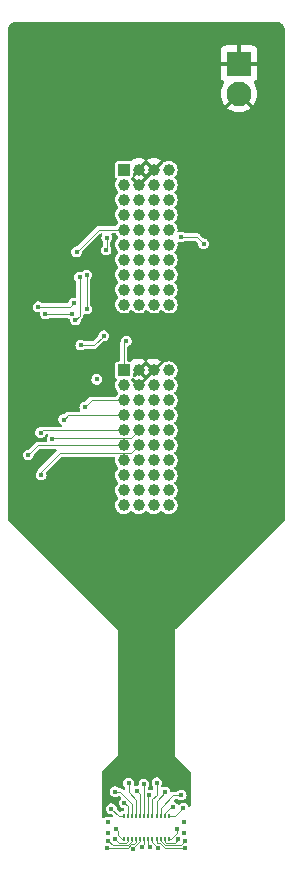
<source format=gbr>
%TF.GenerationSoftware,KiCad,Pcbnew,(6.0.0)*%
%TF.CreationDate,2022-08-13T16:18:09-04:00*%
%TF.ProjectId,eib-24-nanoz-adapter,6569622d-3234-42d6-9e61-6e6f7a2d6164,A*%
%TF.SameCoordinates,Original*%
%TF.FileFunction,Copper,L1,Top*%
%TF.FilePolarity,Positive*%
%FSLAX46Y46*%
G04 Gerber Fmt 4.6, Leading zero omitted, Abs format (unit mm)*
G04 Created by KiCad (PCBNEW (6.0.0)) date 2022-08-13 16:18:09*
%MOMM*%
%LPD*%
G01*
G04 APERTURE LIST*
%TA.AperFunction,ComponentPad*%
%ADD10C,2.100000*%
%TD*%
%TA.AperFunction,ComponentPad*%
%ADD11R,2.100000X2.100000*%
%TD*%
%TA.AperFunction,ComponentPad*%
%ADD12R,0.990000X0.990000*%
%TD*%
%TA.AperFunction,ComponentPad*%
%ADD13C,0.990000*%
%TD*%
%TA.AperFunction,SMDPad,CuDef*%
%ADD14R,0.400000X0.385000*%
%TD*%
%TA.AperFunction,SMDPad,CuDef*%
%ADD15R,0.180000X0.400000*%
%TD*%
%TA.AperFunction,ViaPad*%
%ADD16C,0.400000*%
%TD*%
%TA.AperFunction,Conductor*%
%ADD17C,0.120000*%
%TD*%
%TA.AperFunction,Conductor*%
%ADD18C,0.090000*%
%TD*%
G04 APERTURE END LIST*
D10*
%TO.P,J1,2,Pin_2*%
%TO.N,/REF*%
X147850000Y-97870000D03*
D11*
%TO.P,J1,1,Pin_1*%
X147850000Y-95330000D03*
%TD*%
D12*
%TO.P,J4,A1,A1*%
%TO.N,/E13*%
X138095000Y-121285000D03*
D13*
%TO.P,J4,A2,A2*%
%TO.N,/E15*%
X138095000Y-122555000D03*
%TO.P,J4,A3,A3*%
%TO.N,/E17*%
X138095000Y-123825000D03*
%TO.P,J4,A4,A4*%
%TO.N,/E19*%
X138095000Y-125095000D03*
%TO.P,J4,A5,A5*%
%TO.N,/E21*%
X138095000Y-126365000D03*
%TO.P,J4,A6,A6*%
%TO.N,/E23*%
X138095000Y-127635000D03*
%TO.P,J4,A7,A7*%
%TO.N,unconnected-(J4-PadA7)*%
X138095000Y-128905000D03*
%TO.P,J4,A8,A8*%
%TO.N,unconnected-(J4-PadA8)*%
X138095000Y-130175000D03*
%TO.P,J4,A9,A9*%
%TO.N,unconnected-(J4-PadA9)*%
X138095000Y-131445000D03*
%TO.P,J4,A10,A10*%
%TO.N,unconnected-(J4-PadA10)*%
X138095000Y-132715000D03*
%TO.P,J4,B1,B1*%
%TO.N,/REF*%
X139365000Y-121285000D03*
%TO.P,J4,B2,B2*%
X139365000Y-122555000D03*
%TO.P,J4,B3,B3*%
%TO.N,unconnected-(J4-PadB3)*%
X139365000Y-123825000D03*
%TO.P,J4,B4,B4*%
%TO.N,unconnected-(J4-PadB4)*%
X139365000Y-125095000D03*
%TO.P,J4,B5,B5*%
%TO.N,/E20*%
X139365000Y-126365000D03*
%TO.P,J4,B6,B6*%
%TO.N,/E22*%
X139365000Y-127635000D03*
%TO.P,J4,B7,B7*%
%TO.N,unconnected-(J4-PadB7)*%
X139365000Y-128905000D03*
%TO.P,J4,B8,B8*%
%TO.N,unconnected-(J4-PadB8)*%
X139365000Y-130175000D03*
%TO.P,J4,B9,B9*%
%TO.N,unconnected-(J4-PadB9)*%
X139365000Y-131445000D03*
%TO.P,J4,B10,B10*%
%TO.N,unconnected-(J4-PadB10)*%
X139365000Y-132715000D03*
%TO.P,J4,C1,C1*%
%TO.N,/REF*%
X140635000Y-121285000D03*
%TO.P,J4,C2,C2*%
%TO.N,unconnected-(J4-PadC2)*%
X140635000Y-122555000D03*
%TO.P,J4,C3,C3*%
%TO.N,unconnected-(J4-PadC3)*%
X140635000Y-123825000D03*
%TO.P,J4,C4,C4*%
%TO.N,unconnected-(J4-PadC4)*%
X140635000Y-125095000D03*
%TO.P,J4,C5,C5*%
%TO.N,unconnected-(J4-PadC5)*%
X140635000Y-126365000D03*
%TO.P,J4,C6,C6*%
%TO.N,unconnected-(J4-PadC6)*%
X140635000Y-127635000D03*
%TO.P,J4,C7,C7*%
%TO.N,unconnected-(J4-PadC7)*%
X140635000Y-128905000D03*
%TO.P,J4,C8,C8*%
%TO.N,unconnected-(J4-PadC8)*%
X140635000Y-130175000D03*
%TO.P,J4,C9,C9*%
%TO.N,unconnected-(J4-PadC9)*%
X140635000Y-131445000D03*
%TO.P,J4,C10,C10*%
%TO.N,unconnected-(J4-PadC10)*%
X140635000Y-132715000D03*
%TO.P,J4,D1,D1*%
%TO.N,unconnected-(J4-PadD1)*%
X141905000Y-121285000D03*
%TO.P,J4,D2,D2*%
%TO.N,unconnected-(J4-PadD2)*%
X141905000Y-122555000D03*
%TO.P,J4,D3,D3*%
%TO.N,unconnected-(J4-PadD3)*%
X141905000Y-123825000D03*
%TO.P,J4,D4,D4*%
%TO.N,unconnected-(J4-PadD4)*%
X141905000Y-125095000D03*
%TO.P,J4,D5,D5*%
%TO.N,unconnected-(J4-PadD5)*%
X141905000Y-126365000D03*
%TO.P,J4,D6,D6*%
%TO.N,unconnected-(J4-PadD6)*%
X141905000Y-127635000D03*
%TO.P,J4,D7,D7*%
%TO.N,unconnected-(J4-PadD7)*%
X141905000Y-128905000D03*
%TO.P,J4,D8,D8*%
%TO.N,unconnected-(J4-PadD8)*%
X141905000Y-130175000D03*
%TO.P,J4,D9,D9*%
%TO.N,unconnected-(J4-PadD9)*%
X141905000Y-131445000D03*
%TO.P,J4,D10,D10*%
%TO.N,unconnected-(J4-PadD10)*%
X141905000Y-132715000D03*
%TD*%
%TO.P,J3,D10,D10*%
%TO.N,unconnected-(J3-PadD10)*%
X141905000Y-115715000D03*
%TO.P,J3,D9,D9*%
%TO.N,unconnected-(J3-PadD9)*%
X141905000Y-114445000D03*
%TO.P,J3,D8,D8*%
%TO.N,unconnected-(J3-PadD8)*%
X141905000Y-113175000D03*
%TO.P,J3,D7,D7*%
%TO.N,unconnected-(J3-PadD7)*%
X141905000Y-111905000D03*
%TO.P,J3,D6,D6*%
%TO.N,unconnected-(J3-PadD6)*%
X141905000Y-110635000D03*
%TO.P,J3,D5,D5*%
%TO.N,unconnected-(J3-PadD5)*%
X141905000Y-109365000D03*
%TO.P,J3,D4,D4*%
%TO.N,unconnected-(J3-PadD4)*%
X141905000Y-108095000D03*
%TO.P,J3,D3,D3*%
%TO.N,unconnected-(J3-PadD3)*%
X141905000Y-106825000D03*
%TO.P,J3,D2,D2*%
%TO.N,unconnected-(J3-PadD2)*%
X141905000Y-105555000D03*
%TO.P,J3,D1,D1*%
%TO.N,unconnected-(J3-PadD1)*%
X141905000Y-104285000D03*
%TO.P,J3,C10,C10*%
%TO.N,unconnected-(J3-PadC10)*%
X140635000Y-115715000D03*
%TO.P,J3,C9,C9*%
%TO.N,unconnected-(J3-PadC9)*%
X140635000Y-114445000D03*
%TO.P,J3,C8,C8*%
%TO.N,unconnected-(J3-PadC8)*%
X140635000Y-113175000D03*
%TO.P,J3,C7,C7*%
%TO.N,unconnected-(J3-PadC7)*%
X140635000Y-111905000D03*
%TO.P,J3,C6,C6*%
%TO.N,unconnected-(J3-PadC6)*%
X140635000Y-110635000D03*
%TO.P,J3,C5,C5*%
%TO.N,unconnected-(J3-PadC5)*%
X140635000Y-109365000D03*
%TO.P,J3,C4,C4*%
%TO.N,unconnected-(J3-PadC4)*%
X140635000Y-108095000D03*
%TO.P,J3,C3,C3*%
%TO.N,unconnected-(J3-PadC3)*%
X140635000Y-106825000D03*
%TO.P,J3,C2,C2*%
%TO.N,unconnected-(J3-PadC2)*%
X140635000Y-105555000D03*
%TO.P,J3,C1,C1*%
%TO.N,/REF*%
X140635000Y-104285000D03*
%TO.P,J3,B10,B10*%
%TO.N,/E11*%
X139365000Y-115715000D03*
%TO.P,J3,B9,B9*%
%TO.N,/E9*%
X139365000Y-114445000D03*
%TO.P,J3,B8,B8*%
%TO.N,/E7*%
X139365000Y-113175000D03*
%TO.P,J3,B7,B7*%
%TO.N,/E5*%
X139365000Y-111905000D03*
%TO.P,J3,B6,B6*%
%TO.N,/E3*%
X139365000Y-110635000D03*
%TO.P,J3,B5,B5*%
%TO.N,/E1*%
X139365000Y-109365000D03*
%TO.P,J3,B4,B4*%
%TO.N,unconnected-(J3-PadB4)*%
X139365000Y-108095000D03*
%TO.P,J3,B3,B3*%
%TO.N,unconnected-(J3-PadB3)*%
X139365000Y-106825000D03*
%TO.P,J3,B2,B2*%
%TO.N,/REF*%
X139365000Y-105555000D03*
%TO.P,J3,B1,B1*%
X139365000Y-104285000D03*
%TO.P,J3,A10,A10*%
%TO.N,/E18*%
X138095000Y-115715000D03*
%TO.P,J3,A9,A9*%
%TO.N,/E16*%
X138095000Y-114445000D03*
%TO.P,J3,A8,A8*%
%TO.N,/E14*%
X138095000Y-113175000D03*
%TO.P,J3,A7,A7*%
%TO.N,/E12*%
X138095000Y-111905000D03*
%TO.P,J3,A6,A6*%
%TO.N,/E10*%
X138095000Y-110635000D03*
%TO.P,J3,A5,A5*%
%TO.N,/E8*%
X138095000Y-109365000D03*
%TO.P,J3,A4,A4*%
%TO.N,/E6*%
X138095000Y-108095000D03*
%TO.P,J3,A3,A3*%
%TO.N,/E4*%
X138095000Y-106825000D03*
%TO.P,J3,A2,A2*%
%TO.N,/E2*%
X138095000Y-105555000D03*
D12*
%TO.P,J3,A1,A1*%
%TO.N,/E0*%
X138095000Y-104285000D03*
%TD*%
D14*
%TO.P,J2,MP4,MountPin4*%
%TO.N,unconnected-(J2-PadMP4)*%
X143205000Y-159517500D03*
%TO.P,J2,MP3,MountPin3*%
%TO.N,unconnected-(J2-PadMP3)*%
X143205000Y-160482500D03*
%TO.P,J2,MP2,MountPin2*%
%TO.N,unconnected-(J2-PadMP2)*%
X136795000Y-159517500D03*
%TO.P,J2,MP1,MountPin1*%
%TO.N,unconnected-(J2-PadMP1)*%
X136795000Y-160482500D03*
D15*
%TO.P,J2,24,Pin_24*%
%TO.N,/E12*%
X141925000Y-159050000D03*
%TO.P,J2,23,Pin_23*%
%TO.N,/E0*%
X141925000Y-160950000D03*
%TO.P,J2,22,Pin_22*%
%TO.N,/E13*%
X141575000Y-159050000D03*
%TO.P,J2,21,Pin_21*%
%TO.N,/E1*%
X141575000Y-160950000D03*
%TO.P,J2,20,Pin_20*%
%TO.N,/E14*%
X141225000Y-159050000D03*
%TO.P,J2,19,Pin_19*%
%TO.N,/E2*%
X141225000Y-160950000D03*
%TO.P,J2,18,Pin_18*%
%TO.N,/E15*%
X140875000Y-159050000D03*
%TO.P,J2,17,Pin_17*%
%TO.N,/E3*%
X140875000Y-160950000D03*
%TO.P,J2,16,Pin_16*%
%TO.N,/E16*%
X140525000Y-159050000D03*
%TO.P,J2,15,Pin_15*%
%TO.N,/E4*%
X140525000Y-160950000D03*
%TO.P,J2,14,Pin_14*%
%TO.N,/E17*%
X140175000Y-159050000D03*
%TO.P,J2,13,Pin_13*%
%TO.N,/E5*%
X140175000Y-160950000D03*
%TO.P,J2,12,Pin_12*%
%TO.N,/E18*%
X139825000Y-159050000D03*
%TO.P,J2,11,Pin_11*%
%TO.N,/E6*%
X139825000Y-160950000D03*
%TO.P,J2,10,Pin_10*%
%TO.N,/E19*%
X139475000Y-159050000D03*
%TO.P,J2,9,Pin_9*%
%TO.N,/E7*%
X139475000Y-160950000D03*
%TO.P,J2,8,Pin_8*%
%TO.N,/E20*%
X139125000Y-159050000D03*
%TO.P,J2,7,Pin_7*%
%TO.N,/E8*%
X139125000Y-160950000D03*
%TO.P,J2,6,Pin_6*%
%TO.N,/E21*%
X138775000Y-159050000D03*
%TO.P,J2,5,Pin_5*%
%TO.N,/E9*%
X138775000Y-160950000D03*
%TO.P,J2,4,Pin_4*%
%TO.N,/E22*%
X138425000Y-159050000D03*
%TO.P,J2,3,Pin_3*%
%TO.N,/E10*%
X138425000Y-160950000D03*
%TO.P,J2,2,Pin_2*%
%TO.N,/E23*%
X138075000Y-159050000D03*
%TO.P,J2,1,Pin_1*%
%TO.N,/E11*%
X138075000Y-160950000D03*
%TD*%
D16*
%TO.N,/E4*%
X135800000Y-122050000D03*
%TO.N,/E17*%
X134800000Y-124400000D03*
%TO.N,/E19*%
X133000000Y-125450000D03*
%TO.N,/E22*%
X131100000Y-130150000D03*
%TO.N,/E20*%
X132050000Y-127100000D03*
%TO.N,/E21*%
X131050000Y-126550000D03*
%TO.N,/E23*%
X130000000Y-128450000D03*
%TO.N,/E11*%
X131450000Y-116500000D03*
X133700000Y-116500000D03*
%TO.N,/E9*%
X130850000Y-115900000D03*
X133850000Y-115600000D03*
%TO.N,/E6*%
X134000000Y-117000000D03*
X134350000Y-113400000D03*
X136600000Y-111100000D03*
X136650000Y-110050000D03*
%TO.N,/E18*%
X134450000Y-119150000D03*
X136400000Y-118350000D03*
%TO.N,/E5*%
X134950000Y-116100000D03*
X134950000Y-113200000D03*
%TO.N,/E8*%
X134100000Y-111250000D03*
%TO.N,/E1*%
X144850000Y-110550000D03*
X142950000Y-110000000D03*
%TO.N,/E13*%
X138300000Y-118800000D03*
%TO.N,/E21*%
X137350000Y-156950000D03*
%TO.N,/E16*%
X140900000Y-156200000D03*
%TO.N,/E12*%
X143150000Y-158350000D03*
%TO.N,/E13*%
X142250000Y-158250000D03*
%TO.N,/E14*%
X142950000Y-157250000D03*
%TO.N,/E15*%
X141600000Y-157000000D03*
%TO.N,/E17*%
X140250000Y-157250000D03*
%TO.N,/E18*%
X139800000Y-156300000D03*
%TO.N,/E19*%
X139200000Y-156900000D03*
%TO.N,/E20*%
X138500000Y-156250000D03*
%TO.N,/E22*%
X138150000Y-157900000D03*
%TO.N,/E23*%
X137050000Y-158400000D03*
%TO.N,/E5*%
X140300000Y-161600000D03*
%TO.N,/E3*%
X143300000Y-161700000D03*
%TO.N,/E6*%
X139600000Y-161600000D03*
%TO.N,/E8*%
X136700000Y-161700000D03*
%TO.N,/E9*%
X136800000Y-161100000D03*
%TO.N,/E4*%
X141000000Y-161700000D03*
%TO.N,/E2*%
X143300000Y-161100000D03*
%TO.N,/E1*%
X142700000Y-161000000D03*
%TO.N,/E0*%
X142590774Y-160117244D03*
%TO.N,/E7*%
X138900000Y-161800000D03*
%TO.N,/E10*%
X137370000Y-161000000D03*
%TO.N,/E11*%
X137435748Y-160118888D03*
%TD*%
D17*
%TO.N,/E23*%
X130815000Y-127635000D02*
X130000000Y-128450000D01*
X138095000Y-127635000D02*
X130815000Y-127635000D01*
%TO.N,/E21*%
X131235000Y-126365000D02*
X131050000Y-126550000D01*
X138095000Y-126365000D02*
X131235000Y-126365000D01*
%TO.N,/E17*%
X138095000Y-123825000D02*
X135375000Y-123825000D01*
X135375000Y-123825000D02*
X134800000Y-124400000D01*
%TO.N,/E22*%
X132680479Y-128269521D02*
X131100000Y-129850000D01*
X137419521Y-128269521D02*
X132680479Y-128269521D01*
X131100000Y-129850000D02*
X131100000Y-130150000D01*
%TO.N,/E20*%
X132050000Y-127100000D02*
X132149521Y-127000479D01*
X132149521Y-127000479D02*
X137350479Y-127000479D01*
D18*
X137350479Y-127000479D02*
X132299521Y-127000479D01*
X138729521Y-127000479D02*
X137350479Y-127000479D01*
D17*
%TO.N,/E11*%
X133700000Y-116500000D02*
X131450000Y-116500000D01*
%TO.N,/E5*%
X134950000Y-113200000D02*
X134950000Y-116100000D01*
%TO.N,/E6*%
X134350000Y-116650000D02*
X134000000Y-117000000D01*
X134350000Y-113400000D02*
X134350000Y-116650000D01*
%TO.N,/E9*%
X133550000Y-115900000D02*
X133850000Y-115600000D01*
X130850000Y-115900000D02*
X133550000Y-115900000D01*
%TO.N,/E18*%
X135600000Y-119150000D02*
X134450000Y-119150000D01*
X136400000Y-118350000D02*
X135600000Y-119150000D01*
%TO.N,/E6*%
X136650000Y-111050000D02*
X136600000Y-111100000D01*
X136650000Y-110050000D02*
X136650000Y-111050000D01*
%TO.N,/E8*%
X138095000Y-109365000D02*
X135985000Y-109365000D01*
X135985000Y-109365000D02*
X134100000Y-111250000D01*
%TO.N,/E1*%
X144300000Y-110000000D02*
X142950000Y-110000000D01*
X144850000Y-110550000D02*
X144300000Y-110000000D01*
%TO.N,/E13*%
X138095000Y-119005000D02*
X138095000Y-121285000D01*
X138300000Y-118800000D02*
X138095000Y-119005000D01*
D18*
%TO.N,/E20*%
X132299521Y-127000479D02*
X132250000Y-127050000D01*
X139365000Y-126365000D02*
X138729521Y-127000479D01*
%TO.N,/E22*%
X138730479Y-128269521D02*
X137419521Y-128269521D01*
X139365000Y-127635000D02*
X138730479Y-128269521D01*
D17*
%TO.N,/E19*%
X133355000Y-125095000D02*
X133000000Y-125450000D01*
X138095000Y-125095000D02*
X133355000Y-125095000D01*
D18*
%TO.N,/E21*%
X137757910Y-156950000D02*
X137350000Y-156950000D01*
X138775000Y-157967090D02*
X137757910Y-156950000D01*
X138775000Y-159050000D02*
X138775000Y-157967090D01*
%TO.N,/E13*%
X142085000Y-158250000D02*
X142250000Y-158250000D01*
X141575000Y-159050000D02*
X141575000Y-158760000D01*
X141575000Y-158760000D02*
X142085000Y-158250000D01*
%TO.N,/E20*%
X138500000Y-157000000D02*
X138500000Y-156250000D01*
X139125000Y-157625000D02*
X138500000Y-157000000D01*
X139125000Y-159050000D02*
X139125000Y-157625000D01*
%TO.N,/E22*%
X138425000Y-159050000D02*
X138425000Y-158175000D01*
X138425000Y-158175000D02*
X138150000Y-157900000D01*
%TO.N,/E16*%
X140900000Y-157200000D02*
X140900000Y-156200000D01*
X140525000Y-157575000D02*
X140900000Y-157200000D01*
X140525000Y-159050000D02*
X140525000Y-157575000D01*
%TO.N,/E15*%
X140875000Y-159050000D02*
X140875000Y-157725000D01*
X140875000Y-157725000D02*
X141600000Y-157000000D01*
%TO.N,/E14*%
X142300000Y-157250000D02*
X142950000Y-157250000D01*
X141225000Y-158325000D02*
X142300000Y-157250000D01*
X141225000Y-159050000D02*
X141225000Y-158325000D01*
%TO.N,/E19*%
X139475000Y-157175000D02*
X139200000Y-156900000D01*
X139475000Y-159050000D02*
X139475000Y-157175000D01*
%TO.N,/E23*%
X137700000Y-159050000D02*
X137050000Y-158400000D01*
X138075000Y-159050000D02*
X137700000Y-159050000D01*
%TO.N,/E12*%
X142450000Y-159050000D02*
X143150000Y-158350000D01*
X141925000Y-159050000D02*
X142450000Y-159050000D01*
%TO.N,/E18*%
X139825000Y-156325000D02*
X139800000Y-156300000D01*
X139825000Y-159050000D02*
X139825000Y-156325000D01*
%TO.N,/E17*%
X140175000Y-157325000D02*
X140250000Y-157250000D01*
X140175000Y-159050000D02*
X140175000Y-157325000D01*
%TO.N,/E5*%
X140175000Y-160950000D02*
X140175000Y-161475000D01*
X140175000Y-161475000D02*
X140300000Y-161600000D01*
%TO.N,/E7*%
X138900000Y-161742090D02*
X138900000Y-161800000D01*
X139475000Y-161167090D02*
X138900000Y-161742090D01*
%TO.N,/E6*%
X139825000Y-161375000D02*
X139600000Y-161600000D01*
X139825000Y-160950000D02*
X139825000Y-161375000D01*
%TO.N,/E7*%
X139475000Y-160950000D02*
X139475000Y-161167090D01*
%TO.N,/E3*%
X141557910Y-161700000D02*
X143300000Y-161700000D01*
X141163409Y-161305499D02*
X141557910Y-161700000D01*
X140940499Y-161305499D02*
X141163409Y-161305499D01*
X140875000Y-161240000D02*
X140940499Y-161305499D01*
%TO.N,/E4*%
X140525000Y-161225000D02*
X141000000Y-161700000D01*
X140525000Y-160950000D02*
X140525000Y-161225000D01*
%TO.N,/E1*%
X142400000Y-161300000D02*
X142700000Y-161000000D01*
X141665642Y-161300000D02*
X142400000Y-161300000D01*
%TO.N,/E2*%
X141611776Y-161500000D02*
X142900000Y-161500000D01*
%TO.N,/E1*%
X141575000Y-160950000D02*
X141575000Y-161209358D01*
X141575000Y-161209358D02*
X141665642Y-161300000D01*
%TO.N,/E2*%
X141225000Y-160950000D02*
X141225000Y-161113224D01*
%TO.N,/E3*%
X140875000Y-160950000D02*
X140875000Y-161240000D01*
%TO.N,/E2*%
X142900000Y-161500000D02*
X143300000Y-161100000D01*
X141225000Y-161113224D02*
X141611776Y-161500000D01*
%TO.N,/E9*%
X137170000Y-161470000D02*
X136800000Y-161100000D01*
X138418224Y-161470000D02*
X137170000Y-161470000D01*
X138775000Y-161113224D02*
X138418224Y-161470000D01*
X138775000Y-160950000D02*
X138775000Y-161113224D01*
%TO.N,/E8*%
X138736591Y-161405499D02*
X138442090Y-161700000D01*
X138959501Y-161405499D02*
X138736591Y-161405499D01*
X139125000Y-161240000D02*
X138959501Y-161405499D01*
X139125000Y-160950000D02*
X139125000Y-161240000D01*
X138442090Y-161700000D02*
X136700000Y-161700000D01*
%TO.N,/E11*%
X137600000Y-160628668D02*
X137600000Y-160283140D01*
X137921332Y-160950000D02*
X137600000Y-160628668D01*
X138075000Y-160950000D02*
X137921332Y-160950000D01*
X137600000Y-160283140D02*
X137435748Y-160118888D01*
%TO.N,/E0*%
X142105000Y-160950000D02*
X142590774Y-160464226D01*
X141925000Y-160950000D02*
X142105000Y-160950000D01*
X142590774Y-160464226D02*
X142590774Y-160117244D01*
%TO.N,/E10*%
X138305319Y-161284511D02*
X137654511Y-161284511D01*
X137654511Y-161284511D02*
X137370000Y-161000000D01*
X138425000Y-161164830D02*
X138305319Y-161284511D01*
X138425000Y-160950000D02*
X138425000Y-161164830D01*
%TD*%
%TA.AperFunction,Conductor*%
%TO.N,/REF*%
G36*
X150984938Y-91751902D02*
G01*
X151000000Y-91754898D01*
X151009562Y-91752996D01*
X151019315Y-91752996D01*
X151019315Y-91753639D01*
X151031086Y-91753062D01*
X151106345Y-91760474D01*
X151136614Y-91763455D01*
X151155646Y-91767241D01*
X151277683Y-91804260D01*
X151295609Y-91811685D01*
X151408080Y-91871802D01*
X151424214Y-91882583D01*
X151522796Y-91963487D01*
X151536513Y-91977204D01*
X151617416Y-92075784D01*
X151628197Y-92091918D01*
X151639217Y-92112534D01*
X151688314Y-92204388D01*
X151695740Y-92222317D01*
X151720474Y-92303852D01*
X151732759Y-92344352D01*
X151736545Y-92363387D01*
X151746938Y-92468914D01*
X151746361Y-92480685D01*
X151747004Y-92480685D01*
X151747004Y-92490438D01*
X151745102Y-92500000D01*
X151747004Y-92509562D01*
X151748098Y-92515062D01*
X151750000Y-92534376D01*
X151750000Y-133855438D01*
X151731093Y-133913629D01*
X151721004Y-133925442D01*
X142497528Y-143148919D01*
X142482526Y-143161230D01*
X142469760Y-143169760D01*
X142455812Y-143190635D01*
X142414505Y-143252455D01*
X142395102Y-143350000D01*
X142397004Y-143359562D01*
X142398098Y-143365062D01*
X142400000Y-143384376D01*
X142400000Y-153765624D01*
X142398098Y-153784938D01*
X142395102Y-153800000D01*
X142400000Y-153824624D01*
X142414505Y-153897545D01*
X142469760Y-153980240D01*
X142477870Y-153985659D01*
X142482526Y-153988770D01*
X142497528Y-154001081D01*
X143721004Y-155224557D01*
X143748781Y-155279074D01*
X143750000Y-155294561D01*
X143750000Y-158124185D01*
X143731093Y-158182376D01*
X143681593Y-158218340D01*
X143620407Y-158218340D01*
X143570907Y-158182376D01*
X143560878Y-158165161D01*
X143536349Y-158111212D01*
X143536348Y-158111211D01*
X143533428Y-158104788D01*
X143469387Y-158030464D01*
X143453798Y-158012372D01*
X143453797Y-158012371D01*
X143449193Y-158007028D01*
X143443276Y-158003193D01*
X143443274Y-158003191D01*
X143346824Y-157940677D01*
X143340906Y-157936841D01*
X143334150Y-157934821D01*
X143334149Y-157934820D01*
X143259089Y-157912372D01*
X143217273Y-157899866D01*
X143140644Y-157899398D01*
X143095282Y-157899121D01*
X143088231Y-157899078D01*
X143081454Y-157901015D01*
X143081453Y-157901015D01*
X142970935Y-157932601D01*
X142970933Y-157932602D01*
X142964155Y-157934539D01*
X142855019Y-158003399D01*
X142809428Y-158055021D01*
X142756736Y-158086121D01*
X142695827Y-158080309D01*
X142649967Y-158039807D01*
X142645103Y-158030464D01*
X142636350Y-158011213D01*
X142636348Y-158011209D01*
X142633428Y-158004788D01*
X142549193Y-157907028D01*
X142543276Y-157903193D01*
X142543274Y-157903191D01*
X142446824Y-157840677D01*
X142440906Y-157836841D01*
X142434150Y-157834821D01*
X142434149Y-157834820D01*
X142361344Y-157813046D01*
X142311011Y-157778258D01*
X142290738Y-157720528D01*
X142308270Y-157661909D01*
X142319707Y-157648193D01*
X142393404Y-157574496D01*
X142447921Y-157546719D01*
X142463408Y-157545500D01*
X142563717Y-157545500D01*
X142621908Y-157564407D01*
X142639500Y-157580798D01*
X142646639Y-157589291D01*
X142754060Y-157660796D01*
X142760788Y-157662898D01*
X142760790Y-157662899D01*
X142815646Y-157680037D01*
X142877233Y-157699278D01*
X142941744Y-157700460D01*
X142999202Y-157701514D01*
X142999204Y-157701514D01*
X143006255Y-157701643D01*
X143013058Y-157699788D01*
X143013060Y-157699788D01*
X143054828Y-157688400D01*
X143130755Y-157667700D01*
X143240724Y-157600179D01*
X143273103Y-157564407D01*
X143322590Y-157509735D01*
X143322590Y-157509734D01*
X143327322Y-157504507D01*
X143378243Y-157399407D01*
X143380512Y-157394724D01*
X143380512Y-157394723D01*
X143383588Y-157388375D01*
X143404997Y-157261120D01*
X143405133Y-157250000D01*
X143386839Y-157122259D01*
X143333428Y-157004788D01*
X143249193Y-156907028D01*
X143243276Y-156903193D01*
X143243274Y-156903191D01*
X143146824Y-156840677D01*
X143140906Y-156836841D01*
X143134150Y-156834821D01*
X143134149Y-156834820D01*
X143074336Y-156816932D01*
X143017273Y-156799866D01*
X142940644Y-156799398D01*
X142895282Y-156799121D01*
X142888231Y-156799078D01*
X142881454Y-156801015D01*
X142881453Y-156801015D01*
X142770935Y-156832601D01*
X142770933Y-156832602D01*
X142764155Y-156834539D01*
X142655019Y-156903399D01*
X142647094Y-156912372D01*
X142639442Y-156921036D01*
X142586750Y-156952135D01*
X142565239Y-156954500D01*
X142352559Y-156954500D01*
X142348584Y-156954208D01*
X142343915Y-156952605D01*
X142334779Y-156952948D01*
X142295317Y-156954430D01*
X142291602Y-156954500D01*
X142272514Y-156954500D01*
X142268145Y-156955314D01*
X142263144Y-156955638D01*
X142243044Y-156956393D01*
X142233910Y-156956736D01*
X142223685Y-156961129D01*
X142202725Y-156967497D01*
X142200764Y-156967862D01*
X142200762Y-156967863D01*
X142191778Y-156969536D01*
X142183997Y-156974332D01*
X142175472Y-156977622D01*
X142174153Y-156974203D01*
X142131273Y-156984607D01*
X142074689Y-156961329D01*
X142042594Y-156909238D01*
X142040802Y-156899930D01*
X142037839Y-156879242D01*
X142036839Y-156872259D01*
X141994893Y-156780003D01*
X141986349Y-156761212D01*
X141986348Y-156761211D01*
X141983428Y-156754788D01*
X141899193Y-156657028D01*
X141893276Y-156653193D01*
X141893274Y-156653191D01*
X141816131Y-156603191D01*
X141790906Y-156586841D01*
X141784150Y-156584821D01*
X141784149Y-156584820D01*
X141738015Y-156571023D01*
X141667273Y-156549866D01*
X141590644Y-156549398D01*
X141545282Y-156549121D01*
X141538231Y-156549078D01*
X141531454Y-156551015D01*
X141531453Y-156551015D01*
X141420932Y-156582602D01*
X141414155Y-156584539D01*
X141408194Y-156588300D01*
X141406008Y-156589278D01*
X141345169Y-156595780D01*
X141292128Y-156565280D01*
X141267144Y-156509428D01*
X141278588Y-156455120D01*
X141277322Y-156454507D01*
X141330512Y-156344724D01*
X141330512Y-156344723D01*
X141333588Y-156338375D01*
X141347228Y-156257299D01*
X141354363Y-156214891D01*
X141354363Y-156214886D01*
X141354997Y-156211120D01*
X141355133Y-156200000D01*
X141336839Y-156072259D01*
X141283428Y-155954788D01*
X141199193Y-155857028D01*
X141193276Y-155853193D01*
X141193274Y-155853191D01*
X141096824Y-155790677D01*
X141090906Y-155786841D01*
X141084150Y-155784821D01*
X141084149Y-155784820D01*
X141041335Y-155772016D01*
X140967273Y-155749866D01*
X140890644Y-155749398D01*
X140845282Y-155749121D01*
X140838231Y-155749078D01*
X140831454Y-155751015D01*
X140831453Y-155751015D01*
X140720935Y-155782601D01*
X140720933Y-155782602D01*
X140714155Y-155784539D01*
X140605019Y-155853399D01*
X140519596Y-155950122D01*
X140464754Y-156066932D01*
X140444901Y-156194440D01*
X140445816Y-156201437D01*
X140445816Y-156201438D01*
X140447082Y-156211120D01*
X140461633Y-156322394D01*
X140464471Y-156328845D01*
X140464472Y-156328847D01*
X140509230Y-156430567D01*
X140513605Y-156440510D01*
X140562873Y-156499121D01*
X140581283Y-156521023D01*
X140604253Y-156577733D01*
X140604500Y-156584725D01*
X140604500Y-156760731D01*
X140585593Y-156818922D01*
X140536093Y-156854886D01*
X140474907Y-156854886D01*
X140451656Y-156843808D01*
X140446827Y-156840678D01*
X140446823Y-156840676D01*
X140440906Y-156836841D01*
X140434150Y-156834821D01*
X140434149Y-156834820D01*
X140374336Y-156816932D01*
X140317273Y-156799866D01*
X140286557Y-156799678D01*
X140218895Y-156799265D01*
X140160821Y-156780003D01*
X140125160Y-156730284D01*
X140120500Y-156700267D01*
X140120500Y-156655434D01*
X140139407Y-156597243D01*
X140146103Y-156588997D01*
X140172590Y-156559735D01*
X140172590Y-156559734D01*
X140177322Y-156554507D01*
X140225772Y-156454507D01*
X140230512Y-156444724D01*
X140230512Y-156444723D01*
X140233588Y-156438375D01*
X140250412Y-156338375D01*
X140254363Y-156314891D01*
X140254363Y-156314886D01*
X140254997Y-156311120D01*
X140255133Y-156300000D01*
X140236839Y-156172259D01*
X140183428Y-156054788D01*
X140099193Y-155957028D01*
X140093276Y-155953193D01*
X140093274Y-155953191D01*
X140016131Y-155903191D01*
X139990906Y-155886841D01*
X139984150Y-155884821D01*
X139984149Y-155884820D01*
X139909089Y-155862372D01*
X139867273Y-155849866D01*
X139790644Y-155849398D01*
X139745282Y-155849121D01*
X139738231Y-155849078D01*
X139731454Y-155851015D01*
X139731453Y-155851015D01*
X139620935Y-155882601D01*
X139620933Y-155882602D01*
X139614155Y-155884539D01*
X139608191Y-155888302D01*
X139584264Y-155903399D01*
X139505019Y-155953399D01*
X139419596Y-156050122D01*
X139364754Y-156166932D01*
X139344901Y-156294440D01*
X139345816Y-156301437D01*
X139345816Y-156301438D01*
X139347082Y-156311120D01*
X139349737Y-156331418D01*
X139350589Y-156337937D01*
X139339387Y-156398088D01*
X139294968Y-156440167D01*
X139251822Y-156449772D01*
X139159740Y-156449209D01*
X139145282Y-156449121D01*
X139138231Y-156449078D01*
X139131450Y-156451016D01*
X139063386Y-156470468D01*
X139002240Y-156468279D01*
X138954059Y-156430567D01*
X138937245Y-156371737D01*
X138938553Y-156358862D01*
X138954997Y-156261120D01*
X138955133Y-156250000D01*
X138936839Y-156122259D01*
X138883428Y-156004788D01*
X138799193Y-155907028D01*
X138793276Y-155903193D01*
X138793274Y-155903191D01*
X138710935Y-155849823D01*
X138690906Y-155836841D01*
X138684150Y-155834821D01*
X138684149Y-155834820D01*
X138641335Y-155822016D01*
X138567273Y-155799866D01*
X138490644Y-155799398D01*
X138445282Y-155799121D01*
X138438231Y-155799078D01*
X138431454Y-155801015D01*
X138431453Y-155801015D01*
X138320935Y-155832601D01*
X138320933Y-155832602D01*
X138314155Y-155834539D01*
X138308191Y-155838302D01*
X138284264Y-155853399D01*
X138205019Y-155903399D01*
X138119596Y-156000122D01*
X138064754Y-156116932D01*
X138044901Y-156244440D01*
X138045816Y-156251437D01*
X138045816Y-156251438D01*
X138047082Y-156261120D01*
X138061633Y-156372394D01*
X138064471Y-156378845D01*
X138064472Y-156378847D01*
X138095680Y-156449772D01*
X138113605Y-156490510D01*
X138162873Y-156549121D01*
X138181283Y-156571023D01*
X138204253Y-156627733D01*
X138204500Y-156634725D01*
X138204500Y-156739681D01*
X138185593Y-156797872D01*
X138136093Y-156833836D01*
X138074907Y-156833836D01*
X138035496Y-156809685D01*
X138004019Y-156778208D01*
X138001419Y-156775195D01*
X137999252Y-156770763D01*
X137963617Y-156737707D01*
X137960941Y-156735130D01*
X137947425Y-156721614D01*
X137943754Y-156719096D01*
X137939978Y-156715779D01*
X137929980Y-156706504D01*
X137918546Y-156695898D01*
X137910060Y-156692512D01*
X137910058Y-156692511D01*
X137908207Y-156691773D01*
X137888892Y-156681459D01*
X137887246Y-156680330D01*
X137887240Y-156680327D01*
X137879703Y-156675157D01*
X137870811Y-156673047D01*
X137870809Y-156673046D01*
X137854335Y-156669137D01*
X137840509Y-156664764D01*
X137822791Y-156657695D01*
X137822789Y-156657695D01*
X137816301Y-156655106D01*
X137810120Y-156654500D01*
X137804239Y-156654500D01*
X137781677Y-156651860D01*
X137781490Y-156651851D01*
X137772595Y-156649740D01*
X137754055Y-156652263D01*
X137748346Y-156653040D01*
X137688137Y-156642152D01*
X137659996Y-156619566D01*
X137653797Y-156612371D01*
X137653796Y-156612370D01*
X137649193Y-156607028D01*
X137643276Y-156603193D01*
X137643274Y-156603191D01*
X137553344Y-156544903D01*
X137540906Y-156536841D01*
X137534150Y-156534821D01*
X137534149Y-156534820D01*
X137449245Y-156509428D01*
X137417273Y-156499866D01*
X137340644Y-156499398D01*
X137295282Y-156499121D01*
X137288231Y-156499078D01*
X137281454Y-156501015D01*
X137281453Y-156501015D01*
X137170935Y-156532601D01*
X137170933Y-156532602D01*
X137164155Y-156534539D01*
X137055019Y-156603399D01*
X136969596Y-156700122D01*
X136914754Y-156816932D01*
X136894901Y-156944440D01*
X136895816Y-156951437D01*
X136895816Y-156951438D01*
X136897652Y-156965480D01*
X136911633Y-157072394D01*
X136963605Y-157190510D01*
X137005122Y-157239900D01*
X137042100Y-157283892D01*
X137042103Y-157283894D01*
X137046639Y-157289291D01*
X137154060Y-157360796D01*
X137160788Y-157362898D01*
X137160790Y-157362899D01*
X137215647Y-157380037D01*
X137277233Y-157399278D01*
X137341744Y-157400461D01*
X137399202Y-157401514D01*
X137399204Y-157401514D01*
X137406255Y-157401643D01*
X137413058Y-157399788D01*
X137413060Y-157399788D01*
X137454921Y-157388375D01*
X137530755Y-157367700D01*
X137604802Y-157322235D01*
X137664284Y-157307899D01*
X137720833Y-157331265D01*
X137726607Y-157336597D01*
X137830677Y-157440667D01*
X137858454Y-157495184D01*
X137848883Y-157555616D01*
X137834879Y-157576204D01*
X137769596Y-157650122D01*
X137714754Y-157766932D01*
X137694901Y-157894440D01*
X137711633Y-158022394D01*
X137714471Y-158028845D01*
X137714472Y-158028847D01*
X137755574Y-158122259D01*
X137763605Y-158140510D01*
X137798797Y-158182376D01*
X137842100Y-158233892D01*
X137842103Y-158233894D01*
X137846639Y-158239291D01*
X137954060Y-158310796D01*
X137960787Y-158312898D01*
X137960792Y-158312900D01*
X138060022Y-158343901D01*
X138109927Y-158379301D01*
X138129500Y-158438397D01*
X138129500Y-158500500D01*
X138110593Y-158558691D01*
X138061093Y-158594655D01*
X138030500Y-158599500D01*
X137960326Y-158599500D01*
X137887260Y-158614034D01*
X137879153Y-158619451D01*
X137879150Y-158619452D01*
X137831729Y-158651137D01*
X137772841Y-158667745D01*
X137715438Y-158646567D01*
X137706725Y-158638825D01*
X137533774Y-158465874D01*
X137505997Y-158411357D01*
X137505093Y-158403255D01*
X137505133Y-158400000D01*
X137486839Y-158272259D01*
X137433428Y-158154788D01*
X137349193Y-158057028D01*
X137343276Y-158053193D01*
X137343274Y-158053191D01*
X137266131Y-158003191D01*
X137240906Y-157986841D01*
X137234150Y-157984821D01*
X137234149Y-157984820D01*
X137191335Y-157972016D01*
X137117273Y-157949866D01*
X137040644Y-157949398D01*
X136995282Y-157949121D01*
X136988231Y-157949078D01*
X136981454Y-157951015D01*
X136981453Y-157951015D01*
X136870935Y-157982601D01*
X136870933Y-157982602D01*
X136864155Y-157984539D01*
X136858191Y-157988302D01*
X136834264Y-158003399D01*
X136755019Y-158053399D01*
X136669596Y-158150122D01*
X136614754Y-158266932D01*
X136594901Y-158394440D01*
X136611633Y-158522394D01*
X136614471Y-158528845D01*
X136614472Y-158528847D01*
X136651118Y-158612132D01*
X136663605Y-158640510D01*
X136687889Y-158669399D01*
X136742100Y-158733892D01*
X136742103Y-158733894D01*
X136746639Y-158739291D01*
X136854060Y-158810796D01*
X136860788Y-158812898D01*
X136860790Y-158812899D01*
X136914801Y-158829773D01*
X136977233Y-158849278D01*
X137016203Y-158849992D01*
X137043381Y-158850491D01*
X137101215Y-158870462D01*
X137111570Y-158879470D01*
X137147073Y-158914973D01*
X137174850Y-158969490D01*
X137165279Y-159029922D01*
X137122014Y-159073187D01*
X137057755Y-159082075D01*
X137019674Y-159074500D01*
X136570326Y-159074500D01*
X136497260Y-159089034D01*
X136414399Y-159144399D01*
X136413961Y-159145054D01*
X136364487Y-159170262D01*
X136304055Y-159160691D01*
X136260790Y-159117426D01*
X136250000Y-159072481D01*
X136250000Y-155294561D01*
X136268907Y-155236370D01*
X136278996Y-155224557D01*
X137502472Y-154001081D01*
X137517474Y-153988770D01*
X137522130Y-153985659D01*
X137530240Y-153980240D01*
X137554450Y-153944007D01*
X137585495Y-153897546D01*
X137604898Y-153800000D01*
X137601902Y-153784938D01*
X137600000Y-153765624D01*
X137600000Y-143384376D01*
X137601902Y-143365062D01*
X137602996Y-143359562D01*
X137604898Y-143350000D01*
X137585495Y-143252454D01*
X137544188Y-143190635D01*
X137530240Y-143169760D01*
X137517474Y-143161230D01*
X137502472Y-143148919D01*
X128278996Y-133925443D01*
X128251219Y-133870926D01*
X128250000Y-133855439D01*
X128250000Y-128444440D01*
X129544901Y-128444440D01*
X129561633Y-128572394D01*
X129564471Y-128578845D01*
X129564472Y-128578847D01*
X129610764Y-128684054D01*
X129613605Y-128690510D01*
X129650236Y-128734088D01*
X129692100Y-128783892D01*
X129692103Y-128783894D01*
X129696639Y-128789291D01*
X129804060Y-128860796D01*
X129810788Y-128862898D01*
X129810790Y-128862899D01*
X129865647Y-128880037D01*
X129927233Y-128899278D01*
X129991744Y-128900460D01*
X130049202Y-128901514D01*
X130049204Y-128901514D01*
X130056255Y-128901643D01*
X130063058Y-128899788D01*
X130063060Y-128899788D01*
X130104828Y-128888400D01*
X130180755Y-128867700D01*
X130290724Y-128800179D01*
X130350547Y-128734088D01*
X130372590Y-128709735D01*
X130372590Y-128709734D01*
X130377322Y-128704507D01*
X130433588Y-128588375D01*
X130454997Y-128461120D01*
X130456751Y-128461415D01*
X130478136Y-128411301D01*
X130482724Y-128406389D01*
X130914617Y-127974496D01*
X130969134Y-127946719D01*
X130984621Y-127945500D01*
X132326379Y-127945500D01*
X132384570Y-127964407D01*
X132420534Y-128013907D01*
X132420534Y-128075093D01*
X132396383Y-128114504D01*
X130919633Y-129591254D01*
X130916268Y-129594158D01*
X130911666Y-129596408D01*
X130876999Y-129633779D01*
X130876884Y-129633903D01*
X130874308Y-129636579D01*
X130860025Y-129650862D01*
X130857444Y-129654623D01*
X130857300Y-129654797D01*
X130853747Y-129658844D01*
X130833000Y-129681210D01*
X130829613Y-129689700D01*
X130829612Y-129689701D01*
X130828454Y-129692603D01*
X130818143Y-129711914D01*
X130817212Y-129713272D01*
X130811208Y-129722025D01*
X130809098Y-129730918D01*
X130804798Y-129749036D01*
X130800425Y-129762861D01*
X130790138Y-129788646D01*
X130789500Y-129795153D01*
X130789500Y-129795419D01*
X130787803Y-129802393D01*
X130785627Y-129801863D01*
X130765453Y-129848199D01*
X130757780Y-129856887D01*
X130719596Y-129900122D01*
X130664754Y-130016932D01*
X130644901Y-130144440D01*
X130645816Y-130151437D01*
X130645816Y-130151438D01*
X130647082Y-130161120D01*
X130661633Y-130272394D01*
X130664471Y-130278845D01*
X130664472Y-130278847D01*
X130710764Y-130384054D01*
X130713605Y-130390510D01*
X130755122Y-130439900D01*
X130792100Y-130483892D01*
X130792103Y-130483894D01*
X130796639Y-130489291D01*
X130904060Y-130560796D01*
X130910788Y-130562898D01*
X130910790Y-130562899D01*
X130965647Y-130580037D01*
X131027233Y-130599278D01*
X131091744Y-130600461D01*
X131149202Y-130601514D01*
X131149204Y-130601514D01*
X131156255Y-130601643D01*
X131163058Y-130599788D01*
X131163060Y-130599788D01*
X131204828Y-130588400D01*
X131280755Y-130567700D01*
X131390724Y-130500179D01*
X131477322Y-130404507D01*
X131533588Y-130288375D01*
X131549662Y-130192830D01*
X131554363Y-130164891D01*
X131554363Y-130164886D01*
X131554997Y-130161120D01*
X131555133Y-130150000D01*
X131536839Y-130022259D01*
X131512108Y-129967866D01*
X131505235Y-129907070D01*
X131532226Y-129856887D01*
X132780096Y-128609017D01*
X132834613Y-128581240D01*
X132850100Y-128580021D01*
X137278507Y-128580021D01*
X137336698Y-128598928D01*
X137372662Y-128648428D01*
X137371537Y-128712879D01*
X137365818Y-128728592D01*
X137344856Y-128894525D01*
X137347937Y-128925947D01*
X137360637Y-129055477D01*
X137360638Y-129055482D01*
X137361177Y-129060979D01*
X137413970Y-129219680D01*
X137416835Y-129224411D01*
X137416837Y-129224415D01*
X137497744Y-129358008D01*
X137497747Y-129358012D01*
X137500611Y-129362741D01*
X137504454Y-129366721D01*
X137504459Y-129366727D01*
X137606450Y-129472341D01*
X137633273Y-129527334D01*
X137622648Y-129587589D01*
X137604504Y-129611844D01*
X137513623Y-129700841D01*
X137423022Y-129841427D01*
X137365818Y-129998592D01*
X137344856Y-130164525D01*
X137347937Y-130195947D01*
X137360637Y-130325477D01*
X137360638Y-130325482D01*
X137361177Y-130330979D01*
X137413970Y-130489680D01*
X137416835Y-130494411D01*
X137416837Y-130494415D01*
X137497744Y-130628008D01*
X137497747Y-130628012D01*
X137500611Y-130632741D01*
X137504454Y-130636721D01*
X137504459Y-130636727D01*
X137606450Y-130742341D01*
X137633273Y-130797334D01*
X137622648Y-130857589D01*
X137604504Y-130881844D01*
X137513623Y-130970841D01*
X137423022Y-131111427D01*
X137365818Y-131268592D01*
X137344856Y-131434525D01*
X137347937Y-131465947D01*
X137360637Y-131595477D01*
X137360638Y-131595482D01*
X137361177Y-131600979D01*
X137413970Y-131759680D01*
X137416835Y-131764411D01*
X137416837Y-131764415D01*
X137497744Y-131898008D01*
X137497747Y-131898012D01*
X137500611Y-131902741D01*
X137504454Y-131906721D01*
X137504459Y-131906727D01*
X137606450Y-132012341D01*
X137633273Y-132067334D01*
X137622648Y-132127589D01*
X137604504Y-132151844D01*
X137513623Y-132240841D01*
X137423022Y-132381427D01*
X137365818Y-132538592D01*
X137344856Y-132704525D01*
X137347937Y-132735947D01*
X137360637Y-132865477D01*
X137360638Y-132865482D01*
X137361177Y-132870979D01*
X137413970Y-133029680D01*
X137416835Y-133034411D01*
X137416837Y-133034415D01*
X137497744Y-133168008D01*
X137497747Y-133168012D01*
X137500611Y-133172741D01*
X137504453Y-133176720D01*
X137504455Y-133176722D01*
X137530059Y-133203235D01*
X137616794Y-133293052D01*
X137756744Y-133384633D01*
X137838577Y-133415066D01*
X137908313Y-133441001D01*
X137908315Y-133441002D01*
X137913506Y-133442932D01*
X137918998Y-133443665D01*
X137918999Y-133443665D01*
X137965684Y-133449894D01*
X138079289Y-133465052D01*
X138084795Y-133464551D01*
X138084797Y-133464551D01*
X138162571Y-133457473D01*
X138245852Y-133449894D01*
X138273222Y-133441001D01*
X138399653Y-133399921D01*
X138399655Y-133399920D01*
X138404918Y-133398210D01*
X138409674Y-133395375D01*
X138409676Y-133395374D01*
X138543830Y-133315402D01*
X138548581Y-133312570D01*
X138663394Y-133203235D01*
X138718573Y-133176798D01*
X138778753Y-133187843D01*
X138802879Y-133206155D01*
X138842217Y-133246891D01*
X138882950Y-133289072D01*
X138882953Y-133289074D01*
X138886794Y-133293052D01*
X139026744Y-133384633D01*
X139108577Y-133415066D01*
X139178313Y-133441001D01*
X139178315Y-133441002D01*
X139183506Y-133442932D01*
X139188998Y-133443665D01*
X139188999Y-133443665D01*
X139235684Y-133449894D01*
X139349289Y-133465052D01*
X139354795Y-133464551D01*
X139354797Y-133464551D01*
X139432571Y-133457473D01*
X139515852Y-133449894D01*
X139543222Y-133441001D01*
X139669653Y-133399921D01*
X139669655Y-133399920D01*
X139674918Y-133398210D01*
X139679674Y-133395375D01*
X139679676Y-133395374D01*
X139813830Y-133315402D01*
X139818581Y-133312570D01*
X139933394Y-133203235D01*
X139988573Y-133176798D01*
X140048753Y-133187843D01*
X140072879Y-133206155D01*
X140112217Y-133246891D01*
X140152950Y-133289072D01*
X140152953Y-133289074D01*
X140156794Y-133293052D01*
X140296744Y-133384633D01*
X140378577Y-133415066D01*
X140448313Y-133441001D01*
X140448315Y-133441002D01*
X140453506Y-133442932D01*
X140458998Y-133443665D01*
X140458999Y-133443665D01*
X140505684Y-133449894D01*
X140619289Y-133465052D01*
X140624795Y-133464551D01*
X140624797Y-133464551D01*
X140702571Y-133457473D01*
X140785852Y-133449894D01*
X140813222Y-133441001D01*
X140939653Y-133399921D01*
X140939655Y-133399920D01*
X140944918Y-133398210D01*
X140949674Y-133395375D01*
X140949676Y-133395374D01*
X141083830Y-133315402D01*
X141088581Y-133312570D01*
X141203394Y-133203235D01*
X141258573Y-133176798D01*
X141318753Y-133187843D01*
X141342879Y-133206155D01*
X141382217Y-133246891D01*
X141422950Y-133289072D01*
X141422953Y-133289074D01*
X141426794Y-133293052D01*
X141566744Y-133384633D01*
X141648577Y-133415066D01*
X141718313Y-133441001D01*
X141718315Y-133441002D01*
X141723506Y-133442932D01*
X141728998Y-133443665D01*
X141728999Y-133443665D01*
X141775684Y-133449894D01*
X141889289Y-133465052D01*
X141894795Y-133464551D01*
X141894797Y-133464551D01*
X141972571Y-133457473D01*
X142055852Y-133449894D01*
X142083222Y-133441001D01*
X142209653Y-133399921D01*
X142209655Y-133399920D01*
X142214918Y-133398210D01*
X142219674Y-133395375D01*
X142219676Y-133395374D01*
X142353830Y-133315402D01*
X142358581Y-133312570D01*
X142479700Y-133197230D01*
X142493326Y-133176722D01*
X142569192Y-133062533D01*
X142572255Y-133057923D01*
X142631648Y-132901571D01*
X142654925Y-132735947D01*
X142655217Y-132715000D01*
X142654660Y-132710028D01*
X142637191Y-132554296D01*
X142636574Y-132548791D01*
X142581570Y-132390842D01*
X142492940Y-132249004D01*
X142393509Y-132148876D01*
X142365923Y-132094263D01*
X142375706Y-132033865D01*
X142395484Y-132007428D01*
X142479700Y-131927230D01*
X142572255Y-131787923D01*
X142631648Y-131631571D01*
X142654925Y-131465947D01*
X142655217Y-131445000D01*
X142654660Y-131440028D01*
X142637191Y-131284296D01*
X142636574Y-131278791D01*
X142581570Y-131120842D01*
X142492940Y-130979004D01*
X142393509Y-130878876D01*
X142365923Y-130824263D01*
X142375706Y-130763865D01*
X142395484Y-130737428D01*
X142479700Y-130657230D01*
X142516718Y-130601514D01*
X142569192Y-130522533D01*
X142572255Y-130517923D01*
X142578996Y-130500179D01*
X142629682Y-130366746D01*
X142631648Y-130361571D01*
X142654925Y-130195947D01*
X142655217Y-130175000D01*
X142654660Y-130170028D01*
X142638269Y-130023902D01*
X142636574Y-130008791D01*
X142581570Y-129850842D01*
X142506633Y-129730918D01*
X142495872Y-129713696D01*
X142495871Y-129713695D01*
X142492940Y-129709004D01*
X142393509Y-129608876D01*
X142365923Y-129554263D01*
X142375706Y-129493865D01*
X142395484Y-129467428D01*
X142479700Y-129387230D01*
X142572255Y-129247923D01*
X142631648Y-129091571D01*
X142654925Y-128925947D01*
X142655217Y-128905000D01*
X142654841Y-128901643D01*
X142643874Y-128803871D01*
X142636574Y-128738791D01*
X142581570Y-128580842D01*
X142492940Y-128439004D01*
X142393509Y-128338876D01*
X142365923Y-128284263D01*
X142375706Y-128223865D01*
X142395484Y-128197428D01*
X142479700Y-128117230D01*
X142572255Y-127977923D01*
X142577390Y-127964407D01*
X142629682Y-127826746D01*
X142631648Y-127821571D01*
X142654925Y-127655947D01*
X142655217Y-127635000D01*
X142636574Y-127468791D01*
X142581570Y-127310842D01*
X142492940Y-127169004D01*
X142393509Y-127068876D01*
X142365923Y-127014263D01*
X142375706Y-126953865D01*
X142395484Y-126927428D01*
X142479700Y-126847230D01*
X142513798Y-126795909D01*
X142569192Y-126712533D01*
X142572255Y-126707923D01*
X142577390Y-126694407D01*
X142629682Y-126556746D01*
X142631648Y-126551571D01*
X142654925Y-126385947D01*
X142655217Y-126365000D01*
X142636574Y-126198791D01*
X142581570Y-126040842D01*
X142492940Y-125899004D01*
X142393509Y-125798876D01*
X142365923Y-125744263D01*
X142375706Y-125683865D01*
X142395484Y-125657428D01*
X142479700Y-125577230D01*
X142572255Y-125437923D01*
X142577390Y-125424407D01*
X142615568Y-125323902D01*
X142631648Y-125281571D01*
X142654925Y-125115947D01*
X142655100Y-125103399D01*
X142655174Y-125098117D01*
X142655174Y-125098110D01*
X142655217Y-125095000D01*
X142636574Y-124928791D01*
X142581570Y-124770842D01*
X142508876Y-124654507D01*
X142495872Y-124633696D01*
X142495871Y-124633695D01*
X142492940Y-124629004D01*
X142393509Y-124528876D01*
X142365923Y-124474263D01*
X142375706Y-124413865D01*
X142395484Y-124387428D01*
X142479700Y-124307230D01*
X142572255Y-124167923D01*
X142577390Y-124154407D01*
X142629682Y-124016746D01*
X142631648Y-124011571D01*
X142654925Y-123845947D01*
X142655217Y-123825000D01*
X142636574Y-123658791D01*
X142581570Y-123500842D01*
X142492940Y-123359004D01*
X142393509Y-123258876D01*
X142365923Y-123204263D01*
X142375706Y-123143865D01*
X142395484Y-123117428D01*
X142479700Y-123037230D01*
X142572255Y-122897923D01*
X142631648Y-122741571D01*
X142654925Y-122575947D01*
X142655217Y-122555000D01*
X142654660Y-122550028D01*
X142644886Y-122462899D01*
X142636574Y-122388791D01*
X142581570Y-122230842D01*
X142492940Y-122089004D01*
X142393510Y-121988877D01*
X142365923Y-121934263D01*
X142375706Y-121873865D01*
X142395484Y-121847428D01*
X142479700Y-121767230D01*
X142572255Y-121627923D01*
X142582477Y-121601015D01*
X142629682Y-121476746D01*
X142631648Y-121471571D01*
X142654925Y-121305947D01*
X142655217Y-121285000D01*
X142654564Y-121279172D01*
X142637191Y-121124296D01*
X142636574Y-121118791D01*
X142581570Y-120960842D01*
X142492940Y-120819004D01*
X142375089Y-120700327D01*
X142295203Y-120649630D01*
X142238544Y-120613673D01*
X142238542Y-120613672D01*
X142233873Y-120610709D01*
X142124219Y-120571663D01*
X142081526Y-120556461D01*
X142081524Y-120556461D01*
X142076313Y-120554605D01*
X142056849Y-120552284D01*
X141915733Y-120535456D01*
X141915730Y-120535456D01*
X141910237Y-120534801D01*
X141743902Y-120552284D01*
X141664738Y-120579233D01*
X141590815Y-120604398D01*
X141590811Y-120604400D01*
X141585573Y-120606183D01*
X141580863Y-120609081D01*
X141580858Y-120609083D01*
X141454913Y-120686566D01*
X141452695Y-120687261D01*
X141430219Y-120701913D01*
X139435004Y-122697128D01*
X139380487Y-122724905D01*
X139320055Y-122715334D01*
X139294996Y-122697128D01*
X138728737Y-122130869D01*
X138700960Y-122076352D01*
X138710531Y-122015920D01*
X138743739Y-121978550D01*
X138762490Y-121966021D01*
X138762491Y-121966020D01*
X138770601Y-121960601D01*
X138788200Y-121934263D01*
X138788714Y-121933493D01*
X138836763Y-121895613D01*
X138897901Y-121893209D01*
X138939755Y-121922377D01*
X138942132Y-121920000D01*
X139353914Y-122331782D01*
X139365797Y-122337836D01*
X139370828Y-122337040D01*
X139776782Y-121931086D01*
X139782836Y-121919203D01*
X139782040Y-121914172D01*
X139376086Y-121508218D01*
X139364203Y-121502164D01*
X139359172Y-121502960D01*
X139009504Y-121852628D01*
X138954987Y-121880405D01*
X138894555Y-121870834D01*
X138851290Y-121827569D01*
X138840500Y-121782624D01*
X138840500Y-121638376D01*
X138859407Y-121580185D01*
X138869496Y-121568372D01*
X139152071Y-121285797D01*
X139582164Y-121285797D01*
X139582960Y-121290828D01*
X139988914Y-121696782D01*
X140000797Y-121702836D01*
X140005828Y-121702040D01*
X140411782Y-121296086D01*
X140417836Y-121284203D01*
X140417040Y-121279172D01*
X140011086Y-120873218D01*
X139999203Y-120867164D01*
X139994172Y-120867960D01*
X139588218Y-121273914D01*
X139582164Y-121285797D01*
X139152071Y-121285797D01*
X139929996Y-120507872D01*
X139974171Y-120485365D01*
X140017788Y-120485365D01*
X140044945Y-120489666D01*
X140070004Y-120507872D01*
X140623914Y-121061782D01*
X140635797Y-121067836D01*
X140640828Y-121067040D01*
X141214559Y-120493309D01*
X141220613Y-120481426D01*
X141220180Y-120478692D01*
X141217829Y-120475757D01*
X141197821Y-120459205D01*
X141189827Y-120453813D01*
X141026698Y-120365608D01*
X141017827Y-120361879D01*
X140840663Y-120307038D01*
X140831229Y-120305101D01*
X140646796Y-120285716D01*
X140637158Y-120285649D01*
X140452474Y-120302456D01*
X140443008Y-120304262D01*
X140265110Y-120356621D01*
X140256169Y-120360234D01*
X140091836Y-120446145D01*
X140083759Y-120451430D01*
X140062840Y-120468250D01*
X140017788Y-120485365D01*
X139974171Y-120485365D01*
X139979209Y-120482798D01*
X139946598Y-120473938D01*
X139937697Y-120467376D01*
X139927816Y-120459201D01*
X139919827Y-120453813D01*
X139756698Y-120365608D01*
X139747827Y-120361879D01*
X139570663Y-120307038D01*
X139561229Y-120305101D01*
X139376796Y-120285716D01*
X139367158Y-120285649D01*
X139182474Y-120302456D01*
X139173008Y-120304262D01*
X138995110Y-120356621D01*
X138986169Y-120360234D01*
X138821836Y-120446145D01*
X138813760Y-120451429D01*
X138722482Y-120524819D01*
X138665284Y-120546547D01*
X138641134Y-120544763D01*
X138626841Y-120541920D01*
X138614674Y-120539500D01*
X138504500Y-120539500D01*
X138446309Y-120520593D01*
X138410345Y-120471093D01*
X138405500Y-120440500D01*
X138405500Y-119313840D01*
X138424407Y-119255649D01*
X138468659Y-119225089D01*
X138467477Y-119222357D01*
X138473953Y-119219554D01*
X138480755Y-119217700D01*
X138590724Y-119150179D01*
X138677322Y-119054507D01*
X138733588Y-118938375D01*
X138748859Y-118847603D01*
X138754363Y-118814891D01*
X138754363Y-118814886D01*
X138754997Y-118811120D01*
X138755133Y-118800000D01*
X138736839Y-118672259D01*
X138683428Y-118554788D01*
X138599193Y-118457028D01*
X138593276Y-118453193D01*
X138593274Y-118453191D01*
X138496824Y-118390677D01*
X138490906Y-118386841D01*
X138484150Y-118384821D01*
X138484149Y-118384820D01*
X138417512Y-118364891D01*
X138367273Y-118349866D01*
X138290644Y-118349398D01*
X138245282Y-118349121D01*
X138238231Y-118349078D01*
X138231454Y-118351015D01*
X138231453Y-118351015D01*
X138120935Y-118382601D01*
X138120933Y-118382602D01*
X138114155Y-118384539D01*
X138005019Y-118453399D01*
X137919596Y-118550122D01*
X137864754Y-118666932D01*
X137844901Y-118794440D01*
X137842845Y-118794120D01*
X137831490Y-118832447D01*
X137828000Y-118836210D01*
X137824613Y-118844700D01*
X137824612Y-118844701D01*
X137823454Y-118847603D01*
X137813143Y-118866914D01*
X137811380Y-118869485D01*
X137806208Y-118877025D01*
X137804098Y-118885918D01*
X137799798Y-118904036D01*
X137795425Y-118917861D01*
X137785138Y-118943646D01*
X137784500Y-118950153D01*
X137784500Y-118956909D01*
X137781825Y-118979769D01*
X137779499Y-118989570D01*
X137780732Y-118998626D01*
X137783596Y-119019673D01*
X137784500Y-119033024D01*
X137784500Y-120440500D01*
X137765593Y-120498691D01*
X137716093Y-120534655D01*
X137685500Y-120539500D01*
X137575326Y-120539500D01*
X137502260Y-120554034D01*
X137419399Y-120609399D01*
X137364034Y-120692260D01*
X137349500Y-120765326D01*
X137349500Y-121804674D01*
X137364034Y-121877740D01*
X137419399Y-121960601D01*
X137427509Y-121966020D01*
X137458465Y-121986704D01*
X137496345Y-122034754D01*
X137498747Y-122095892D01*
X137486681Y-122122648D01*
X137423022Y-122221427D01*
X137365818Y-122378592D01*
X137344856Y-122544525D01*
X137347937Y-122575947D01*
X137360637Y-122705477D01*
X137360638Y-122705482D01*
X137361177Y-122710979D01*
X137413970Y-122869680D01*
X137416835Y-122874411D01*
X137416837Y-122874415D01*
X137497744Y-123008008D01*
X137497747Y-123008012D01*
X137500611Y-123012741D01*
X137504454Y-123016721D01*
X137504459Y-123016727D01*
X137606450Y-123122341D01*
X137633273Y-123177334D01*
X137622648Y-123237589D01*
X137604504Y-123261844D01*
X137513623Y-123350841D01*
X137510625Y-123355493D01*
X137437392Y-123469129D01*
X137389977Y-123507800D01*
X137354176Y-123514500D01*
X135430428Y-123514500D01*
X135425988Y-123514174D01*
X135421145Y-123512511D01*
X135370023Y-123514430D01*
X135366309Y-123514500D01*
X135346124Y-123514500D01*
X135341633Y-123515336D01*
X135341400Y-123515358D01*
X135336013Y-123515707D01*
X135327474Y-123516027D01*
X135314689Y-123516507D01*
X135314688Y-123516507D01*
X135305555Y-123516850D01*
X135294284Y-123521692D01*
X135273337Y-123528056D01*
X135272469Y-123528218D01*
X135261285Y-123530301D01*
X135253508Y-123535095D01*
X135253507Y-123535095D01*
X135237653Y-123544867D01*
X135224791Y-123551548D01*
X135205699Y-123559752D01*
X135199278Y-123562511D01*
X135194226Y-123566661D01*
X135189446Y-123571441D01*
X135171395Y-123585709D01*
X135162818Y-123590996D01*
X135157288Y-123598268D01*
X135157285Y-123598271D01*
X135144428Y-123615179D01*
X135135628Y-123625259D01*
X134840609Y-123920278D01*
X134786092Y-123948055D01*
X134770000Y-123949272D01*
X134745282Y-123949121D01*
X134745281Y-123949121D01*
X134738231Y-123949078D01*
X134731454Y-123951015D01*
X134731453Y-123951015D01*
X134620935Y-123982601D01*
X134620933Y-123982602D01*
X134614155Y-123984539D01*
X134505019Y-124053399D01*
X134419596Y-124150122D01*
X134364754Y-124266932D01*
X134344901Y-124394440D01*
X134361633Y-124522394D01*
X134364471Y-124528845D01*
X134364472Y-124528847D01*
X134413605Y-124640510D01*
X134412189Y-124641133D01*
X134424922Y-124692574D01*
X134401905Y-124749265D01*
X134349962Y-124781600D01*
X134326175Y-124784500D01*
X133410428Y-124784500D01*
X133405988Y-124784174D01*
X133401145Y-124782511D01*
X133350023Y-124784430D01*
X133346309Y-124784500D01*
X133326124Y-124784500D01*
X133321633Y-124785336D01*
X133321400Y-124785358D01*
X133316013Y-124785707D01*
X133307474Y-124786027D01*
X133294689Y-124786507D01*
X133294688Y-124786507D01*
X133285555Y-124786850D01*
X133274284Y-124791692D01*
X133253337Y-124798056D01*
X133252469Y-124798218D01*
X133241285Y-124800301D01*
X133233508Y-124805095D01*
X133233507Y-124805095D01*
X133217653Y-124814867D01*
X133204791Y-124821548D01*
X133185699Y-124829752D01*
X133179278Y-124832511D01*
X133174226Y-124836661D01*
X133169446Y-124841441D01*
X133151395Y-124855709D01*
X133142818Y-124860996D01*
X133137288Y-124868268D01*
X133137285Y-124868271D01*
X133124428Y-124885179D01*
X133115628Y-124895259D01*
X133040609Y-124970278D01*
X132986092Y-124998055D01*
X132970000Y-124999272D01*
X132945282Y-124999121D01*
X132945281Y-124999121D01*
X132938231Y-124999078D01*
X132931454Y-125001015D01*
X132931453Y-125001015D01*
X132820935Y-125032601D01*
X132820933Y-125032602D01*
X132814155Y-125034539D01*
X132705019Y-125103399D01*
X132619596Y-125200122D01*
X132564754Y-125316932D01*
X132544901Y-125444440D01*
X132561633Y-125572394D01*
X132564471Y-125578845D01*
X132564472Y-125578847D01*
X132571458Y-125594724D01*
X132613605Y-125690510D01*
X132646941Y-125730168D01*
X132692100Y-125783892D01*
X132692103Y-125783894D01*
X132696639Y-125789291D01*
X132804060Y-125860796D01*
X132810790Y-125862899D01*
X132817158Y-125865936D01*
X132815772Y-125868842D01*
X132854624Y-125896396D01*
X132874197Y-125954367D01*
X132855956Y-126012770D01*
X132806871Y-126049298D01*
X132775203Y-126054500D01*
X131290428Y-126054500D01*
X131285988Y-126054174D01*
X131281145Y-126052511D01*
X131230023Y-126054430D01*
X131226309Y-126054500D01*
X131206124Y-126054500D01*
X131201633Y-126055336D01*
X131201400Y-126055358D01*
X131196013Y-126055707D01*
X131187474Y-126056027D01*
X131174689Y-126056507D01*
X131174688Y-126056507D01*
X131165555Y-126056850D01*
X131154284Y-126061692D01*
X131133337Y-126068056D01*
X131132775Y-126068161D01*
X131121285Y-126070301D01*
X131101550Y-126082466D01*
X131097917Y-126084705D01*
X131045364Y-126099427D01*
X131032135Y-126099346D01*
X130995282Y-126099121D01*
X130988231Y-126099078D01*
X130981454Y-126101015D01*
X130981453Y-126101015D01*
X130870935Y-126132601D01*
X130870933Y-126132602D01*
X130864155Y-126134539D01*
X130755019Y-126203399D01*
X130669596Y-126300122D01*
X130614754Y-126416932D01*
X130594901Y-126544440D01*
X130611633Y-126672394D01*
X130614471Y-126678845D01*
X130614472Y-126678847D01*
X130660764Y-126784054D01*
X130663605Y-126790510D01*
X130705122Y-126839901D01*
X130742100Y-126883892D01*
X130742103Y-126883894D01*
X130746639Y-126889291D01*
X130854060Y-126960796D01*
X130860788Y-126962898D01*
X130860790Y-126962899D01*
X130915647Y-126980037D01*
X130977233Y-126999278D01*
X131041744Y-127000461D01*
X131099202Y-127001514D01*
X131099204Y-127001514D01*
X131106255Y-127001643D01*
X131113058Y-126999788D01*
X131113060Y-126999788D01*
X131158739Y-126987334D01*
X131230755Y-126967700D01*
X131340724Y-126900179D01*
X131383216Y-126853235D01*
X131422590Y-126809735D01*
X131422590Y-126809734D01*
X131427322Y-126804507D01*
X131462775Y-126731333D01*
X131505162Y-126687210D01*
X131551868Y-126675500D01*
X131604301Y-126675500D01*
X131662492Y-126694407D01*
X131698456Y-126743907D01*
X131698456Y-126805093D01*
X131678503Y-126840036D01*
X131669596Y-126850122D01*
X131614754Y-126966932D01*
X131594901Y-127094440D01*
X131604652Y-127169004D01*
X131610361Y-127212663D01*
X131599159Y-127272814D01*
X131554740Y-127314893D01*
X131512197Y-127324500D01*
X130870427Y-127324500D01*
X130865987Y-127324174D01*
X130861144Y-127322511D01*
X130810023Y-127324430D01*
X130806309Y-127324500D01*
X130786124Y-127324500D01*
X130781633Y-127325336D01*
X130781400Y-127325358D01*
X130776013Y-127325707D01*
X130767474Y-127326027D01*
X130754689Y-127326507D01*
X130754688Y-127326507D01*
X130745555Y-127326850D01*
X130734284Y-127331692D01*
X130713337Y-127338056D01*
X130712469Y-127338218D01*
X130701285Y-127340301D01*
X130693508Y-127345095D01*
X130693507Y-127345095D01*
X130677653Y-127354867D01*
X130664791Y-127361548D01*
X130645699Y-127369752D01*
X130639278Y-127372511D01*
X130634226Y-127376661D01*
X130629446Y-127381441D01*
X130611395Y-127395709D01*
X130602818Y-127400996D01*
X130597288Y-127408268D01*
X130597285Y-127408271D01*
X130584428Y-127425179D01*
X130575628Y-127435259D01*
X130040609Y-127970278D01*
X129986092Y-127998055D01*
X129970000Y-127999272D01*
X129945282Y-127999121D01*
X129945281Y-127999121D01*
X129938231Y-127999078D01*
X129931454Y-128001015D01*
X129931453Y-128001015D01*
X129820935Y-128032601D01*
X129820933Y-128032602D01*
X129814155Y-128034539D01*
X129705019Y-128103399D01*
X129619596Y-128200122D01*
X129564754Y-128316932D01*
X129544901Y-128444440D01*
X128250000Y-128444440D01*
X128250000Y-122044440D01*
X135344901Y-122044440D01*
X135345816Y-122051437D01*
X135345816Y-122051438D01*
X135347082Y-122061120D01*
X135361633Y-122172394D01*
X135364471Y-122178845D01*
X135364472Y-122178847D01*
X135410764Y-122284054D01*
X135413605Y-122290510D01*
X135448298Y-122331782D01*
X135492100Y-122383892D01*
X135492103Y-122383894D01*
X135496639Y-122389291D01*
X135604060Y-122460796D01*
X135610788Y-122462898D01*
X135610790Y-122462899D01*
X135665646Y-122480037D01*
X135727233Y-122499278D01*
X135791744Y-122500460D01*
X135849202Y-122501514D01*
X135849204Y-122501514D01*
X135856255Y-122501643D01*
X135863058Y-122499788D01*
X135863060Y-122499788D01*
X135904828Y-122488400D01*
X135980755Y-122467700D01*
X136090724Y-122400179D01*
X136177322Y-122304507D01*
X136233588Y-122188375D01*
X136250966Y-122085079D01*
X136254363Y-122064891D01*
X136254363Y-122064886D01*
X136254997Y-122061120D01*
X136255133Y-122050000D01*
X136236839Y-121922259D01*
X136183428Y-121804788D01*
X136099193Y-121707028D01*
X136093276Y-121703193D01*
X136093274Y-121703191D01*
X135996824Y-121640677D01*
X135990906Y-121636841D01*
X135984150Y-121634821D01*
X135984149Y-121634820D01*
X135941335Y-121622016D01*
X135867273Y-121599866D01*
X135790644Y-121599398D01*
X135745282Y-121599121D01*
X135738231Y-121599078D01*
X135731454Y-121601015D01*
X135731453Y-121601015D01*
X135620935Y-121632601D01*
X135620933Y-121632602D01*
X135614155Y-121634539D01*
X135505019Y-121703399D01*
X135419596Y-121800122D01*
X135364754Y-121916932D01*
X135344901Y-122044440D01*
X128250000Y-122044440D01*
X128250000Y-119144440D01*
X133994901Y-119144440D01*
X134011633Y-119272394D01*
X134014471Y-119278845D01*
X134014472Y-119278847D01*
X134057541Y-119376729D01*
X134063605Y-119390510D01*
X134091296Y-119423452D01*
X134142100Y-119483892D01*
X134142103Y-119483894D01*
X134146639Y-119489291D01*
X134254060Y-119560796D01*
X134260788Y-119562898D01*
X134260790Y-119562899D01*
X134315647Y-119580037D01*
X134377233Y-119599278D01*
X134441744Y-119600460D01*
X134499202Y-119601514D01*
X134499204Y-119601514D01*
X134506255Y-119601643D01*
X134513058Y-119599788D01*
X134513060Y-119599788D01*
X134554828Y-119588400D01*
X134630755Y-119567700D01*
X134651877Y-119554731D01*
X134734715Y-119503869D01*
X134734717Y-119503867D01*
X134740724Y-119500179D01*
X134747165Y-119493064D01*
X134748995Y-119492013D01*
X134750884Y-119490445D01*
X134751156Y-119490773D01*
X134800232Y-119462610D01*
X134820562Y-119460500D01*
X135544573Y-119460500D01*
X135549013Y-119460826D01*
X135553856Y-119462489D01*
X135604977Y-119460570D01*
X135608691Y-119460500D01*
X135628876Y-119460500D01*
X135633367Y-119459664D01*
X135633600Y-119459642D01*
X135638987Y-119459293D01*
X135647526Y-119458973D01*
X135660311Y-119458493D01*
X135660312Y-119458493D01*
X135669445Y-119458150D01*
X135680716Y-119453308D01*
X135701663Y-119446944D01*
X135702531Y-119446782D01*
X135713715Y-119444699D01*
X135737347Y-119430133D01*
X135750209Y-119423452D01*
X135769301Y-119415248D01*
X135769302Y-119415247D01*
X135775722Y-119412489D01*
X135780774Y-119408339D01*
X135785554Y-119403559D01*
X135803605Y-119389291D01*
X135812182Y-119384004D01*
X135817712Y-119376732D01*
X135817715Y-119376729D01*
X135830572Y-119359821D01*
X135839372Y-119349741D01*
X136358958Y-118830155D01*
X136413475Y-118802378D01*
X136430776Y-118801176D01*
X136432143Y-118801201D01*
X136449202Y-118801514D01*
X136449204Y-118801514D01*
X136456255Y-118801643D01*
X136463058Y-118799788D01*
X136463060Y-118799788D01*
X136504828Y-118788400D01*
X136580755Y-118767700D01*
X136690724Y-118700179D01*
X136777322Y-118604507D01*
X136833588Y-118488375D01*
X136844596Y-118422941D01*
X136854363Y-118364891D01*
X136854363Y-118364886D01*
X136854997Y-118361120D01*
X136855133Y-118350000D01*
X136836839Y-118222259D01*
X136783428Y-118104788D01*
X136699193Y-118007028D01*
X136693276Y-118003193D01*
X136693274Y-118003191D01*
X136596824Y-117940677D01*
X136590906Y-117936841D01*
X136584150Y-117934821D01*
X136584149Y-117934820D01*
X136541335Y-117922016D01*
X136467273Y-117899866D01*
X136390644Y-117899398D01*
X136345282Y-117899121D01*
X136338231Y-117899078D01*
X136331454Y-117901015D01*
X136331453Y-117901015D01*
X136220935Y-117932601D01*
X136220933Y-117932602D01*
X136214155Y-117934539D01*
X136105019Y-118003399D01*
X136019596Y-118100122D01*
X135964754Y-118216932D01*
X135963669Y-118223902D01*
X135945899Y-118338032D01*
X135918082Y-118392805D01*
X135500383Y-118810504D01*
X135445866Y-118838281D01*
X135430379Y-118839500D01*
X134822009Y-118839500D01*
X134763818Y-118820593D01*
X134756930Y-118815104D01*
X134753797Y-118812371D01*
X134749193Y-118807028D01*
X134640906Y-118736841D01*
X134634150Y-118734821D01*
X134634149Y-118734820D01*
X134530664Y-118703871D01*
X134517273Y-118699866D01*
X134440644Y-118699398D01*
X134395282Y-118699121D01*
X134388231Y-118699078D01*
X134381454Y-118701015D01*
X134381453Y-118701015D01*
X134270935Y-118732601D01*
X134270933Y-118732602D01*
X134264155Y-118734539D01*
X134155019Y-118803399D01*
X134069596Y-118900122D01*
X134014754Y-119016932D01*
X133994901Y-119144440D01*
X128250000Y-119144440D01*
X128250000Y-115894440D01*
X130394901Y-115894440D01*
X130411633Y-116022394D01*
X130414471Y-116028845D01*
X130414472Y-116028847D01*
X130448992Y-116107299D01*
X130463605Y-116140510D01*
X130505122Y-116189901D01*
X130542100Y-116233892D01*
X130542103Y-116233894D01*
X130546639Y-116239291D01*
X130654060Y-116310796D01*
X130660788Y-116312898D01*
X130660790Y-116312899D01*
X130715647Y-116330037D01*
X130777233Y-116349278D01*
X130857704Y-116350753D01*
X130903354Y-116351590D01*
X130961188Y-116371560D01*
X130996239Y-116421711D01*
X130999360Y-116465803D01*
X130994901Y-116494440D01*
X131011633Y-116622394D01*
X131014471Y-116628845D01*
X131014472Y-116628847D01*
X131060764Y-116734054D01*
X131063605Y-116740510D01*
X131095098Y-116777975D01*
X131142100Y-116833892D01*
X131142103Y-116833894D01*
X131146639Y-116839291D01*
X131254060Y-116910796D01*
X131260788Y-116912898D01*
X131260790Y-116912899D01*
X131305426Y-116926844D01*
X131377233Y-116949278D01*
X131441744Y-116950461D01*
X131499202Y-116951514D01*
X131499204Y-116951514D01*
X131506255Y-116951643D01*
X131513058Y-116949788D01*
X131513060Y-116949788D01*
X131554828Y-116938400D01*
X131630755Y-116917700D01*
X131664652Y-116896887D01*
X131734715Y-116853869D01*
X131734717Y-116853867D01*
X131740724Y-116850179D01*
X131747165Y-116843064D01*
X131748995Y-116842013D01*
X131750884Y-116840445D01*
X131751156Y-116840773D01*
X131800232Y-116812610D01*
X131820562Y-116810500D01*
X133328134Y-116810500D01*
X133386325Y-116829407D01*
X133392560Y-116834439D01*
X133396639Y-116839291D01*
X133483165Y-116896887D01*
X133501784Y-116909281D01*
X133539748Y-116957265D01*
X133545510Y-116990531D01*
X133544901Y-116994440D01*
X133561633Y-117122394D01*
X133564471Y-117128845D01*
X133564472Y-117128847D01*
X133571458Y-117144724D01*
X133613605Y-117240510D01*
X133655122Y-117289901D01*
X133692100Y-117333892D01*
X133692103Y-117333894D01*
X133696639Y-117339291D01*
X133804060Y-117410796D01*
X133810788Y-117412898D01*
X133810790Y-117412899D01*
X133865646Y-117430037D01*
X133927233Y-117449278D01*
X133991744Y-117450461D01*
X134049202Y-117451514D01*
X134049204Y-117451514D01*
X134056255Y-117451643D01*
X134063058Y-117449788D01*
X134063060Y-117449788D01*
X134104828Y-117438400D01*
X134180755Y-117417700D01*
X134290724Y-117350179D01*
X134377322Y-117254507D01*
X134433588Y-117138375D01*
X134454997Y-117011120D01*
X134456751Y-117011415D01*
X134478136Y-116961301D01*
X134482724Y-116956389D01*
X134530367Y-116908746D01*
X134533732Y-116905842D01*
X134538334Y-116903592D01*
X134573116Y-116866097D01*
X134575692Y-116863421D01*
X134589975Y-116849138D01*
X134592556Y-116845377D01*
X134592700Y-116845203D01*
X134596253Y-116841156D01*
X134617000Y-116818790D01*
X134621546Y-116807397D01*
X134631857Y-116788086D01*
X134633620Y-116785515D01*
X134633620Y-116785514D01*
X134638792Y-116777975D01*
X134645203Y-116750962D01*
X134649575Y-116737139D01*
X134657273Y-116717844D01*
X134657273Y-116717843D01*
X134659862Y-116711354D01*
X134660500Y-116704847D01*
X134660500Y-116698091D01*
X134663175Y-116675231D01*
X134663391Y-116674322D01*
X134663391Y-116674321D01*
X134665501Y-116665430D01*
X134661404Y-116635325D01*
X134660500Y-116621976D01*
X134660500Y-116616215D01*
X134679407Y-116558024D01*
X134728907Y-116522060D01*
X134789022Y-116521719D01*
X134877233Y-116549278D01*
X134941744Y-116550460D01*
X134999202Y-116551514D01*
X134999204Y-116551514D01*
X135006255Y-116551643D01*
X135013058Y-116549788D01*
X135013060Y-116549788D01*
X135054828Y-116538400D01*
X135130755Y-116517700D01*
X135240724Y-116450179D01*
X135302794Y-116381605D01*
X135322590Y-116359735D01*
X135322590Y-116359734D01*
X135327322Y-116354507D01*
X135383588Y-116238375D01*
X135404997Y-116111120D01*
X135405059Y-116106096D01*
X135405086Y-116103825D01*
X135405133Y-116100000D01*
X135386839Y-115972259D01*
X135333428Y-115854788D01*
X135284501Y-115798005D01*
X135260840Y-115741580D01*
X135260500Y-115733382D01*
X135260500Y-113566482D01*
X135279407Y-113508291D01*
X135286102Y-113500046D01*
X135322590Y-113459735D01*
X135322590Y-113459734D01*
X135327322Y-113454507D01*
X135383588Y-113338375D01*
X135404997Y-113211120D01*
X135405133Y-113200000D01*
X135386839Y-113072259D01*
X135333428Y-112954788D01*
X135249193Y-112857028D01*
X135243276Y-112853193D01*
X135243274Y-112853191D01*
X135146824Y-112790677D01*
X135140906Y-112786841D01*
X135134150Y-112784821D01*
X135134149Y-112784820D01*
X135091335Y-112772016D01*
X135017273Y-112749866D01*
X134940644Y-112749398D01*
X134895282Y-112749121D01*
X134888231Y-112749078D01*
X134881454Y-112751015D01*
X134881453Y-112751015D01*
X134770935Y-112782601D01*
X134770933Y-112782602D01*
X134764155Y-112784539D01*
X134655019Y-112853399D01*
X134606266Y-112908601D01*
X134579859Y-112938501D01*
X134527167Y-112969601D01*
X134477289Y-112967815D01*
X134417273Y-112949866D01*
X134340644Y-112949398D01*
X134295282Y-112949121D01*
X134288231Y-112949078D01*
X134281454Y-112951015D01*
X134281453Y-112951015D01*
X134170935Y-112982601D01*
X134170933Y-112982602D01*
X134164155Y-112984539D01*
X134158191Y-112988302D01*
X134150133Y-112993386D01*
X134055019Y-113053399D01*
X133969596Y-113150122D01*
X133914754Y-113266932D01*
X133894901Y-113394440D01*
X133911633Y-113522394D01*
X133914471Y-113528845D01*
X133914472Y-113528847D01*
X133960764Y-113634054D01*
X133963605Y-113640510D01*
X133985164Y-113666157D01*
X134016283Y-113703178D01*
X134039253Y-113759888D01*
X134039500Y-113766880D01*
X134039500Y-115054249D01*
X134020593Y-115112440D01*
X133971093Y-115148404D01*
X133925866Y-115152161D01*
X133924028Y-115151886D01*
X133917273Y-115149866D01*
X133852752Y-115149472D01*
X133795282Y-115149121D01*
X133788231Y-115149078D01*
X133781454Y-115151015D01*
X133781453Y-115151015D01*
X133670935Y-115182601D01*
X133670933Y-115182602D01*
X133664155Y-115184539D01*
X133555019Y-115253399D01*
X133469596Y-115350122D01*
X133414754Y-115466932D01*
X133412013Y-115484539D01*
X133408713Y-115505731D01*
X133381079Y-115560320D01*
X133326635Y-115588240D01*
X133310892Y-115589500D01*
X131222009Y-115589500D01*
X131163818Y-115570593D01*
X131156930Y-115565104D01*
X131153797Y-115562371D01*
X131149193Y-115557028D01*
X131040906Y-115486841D01*
X131034150Y-115484821D01*
X131034149Y-115484820D01*
X130974336Y-115466932D01*
X130917273Y-115449866D01*
X130840644Y-115449398D01*
X130795282Y-115449121D01*
X130788231Y-115449078D01*
X130781454Y-115451015D01*
X130781453Y-115451015D01*
X130670935Y-115482601D01*
X130670933Y-115482602D01*
X130664155Y-115484539D01*
X130555019Y-115553399D01*
X130469596Y-115650122D01*
X130414754Y-115766932D01*
X130394901Y-115894440D01*
X128250000Y-115894440D01*
X128250000Y-111244440D01*
X133644901Y-111244440D01*
X133661633Y-111372394D01*
X133664471Y-111378845D01*
X133664472Y-111378847D01*
X133710764Y-111484054D01*
X133713605Y-111490510D01*
X133732425Y-111512899D01*
X133792100Y-111583892D01*
X133792103Y-111583894D01*
X133796639Y-111589291D01*
X133904060Y-111660796D01*
X133910788Y-111662898D01*
X133910790Y-111662899D01*
X133965646Y-111680037D01*
X134027233Y-111699278D01*
X134091744Y-111700460D01*
X134149202Y-111701514D01*
X134149204Y-111701514D01*
X134156255Y-111701643D01*
X134163058Y-111699788D01*
X134163060Y-111699788D01*
X134204828Y-111688400D01*
X134280755Y-111667700D01*
X134390724Y-111600179D01*
X134408227Y-111580842D01*
X134472590Y-111509735D01*
X134472590Y-111509734D01*
X134477322Y-111504507D01*
X134533588Y-111388375D01*
X134554997Y-111261120D01*
X134556751Y-111261415D01*
X134578136Y-111211301D01*
X134582724Y-111206389D01*
X136084617Y-109704496D01*
X136139134Y-109676719D01*
X136154621Y-109675500D01*
X136172257Y-109675500D01*
X136230448Y-109694407D01*
X136266412Y-109743907D01*
X136266412Y-109805093D01*
X136261873Y-109816572D01*
X136214754Y-109916932D01*
X136194901Y-110044440D01*
X136195816Y-110051437D01*
X136195816Y-110051438D01*
X136197082Y-110061120D01*
X136211633Y-110172394D01*
X136214471Y-110178845D01*
X136214472Y-110178847D01*
X136243219Y-110244180D01*
X136263605Y-110290510D01*
X136306898Y-110342013D01*
X136316283Y-110353178D01*
X136339253Y-110409888D01*
X136339500Y-110416880D01*
X136339500Y-110679622D01*
X136320593Y-110737813D01*
X136307762Y-110751668D01*
X136305019Y-110753399D01*
X136219596Y-110850122D01*
X136164754Y-110966932D01*
X136144901Y-111094440D01*
X136145816Y-111101437D01*
X136145816Y-111101438D01*
X136147082Y-111111120D01*
X136161633Y-111222394D01*
X136164471Y-111228845D01*
X136164472Y-111228847D01*
X136203520Y-111317590D01*
X136213605Y-111340510D01*
X136245831Y-111378847D01*
X136292100Y-111433892D01*
X136292103Y-111433894D01*
X136296639Y-111439291D01*
X136404060Y-111510796D01*
X136410788Y-111512898D01*
X136410790Y-111512899D01*
X136465646Y-111530037D01*
X136527233Y-111549278D01*
X136591744Y-111550461D01*
X136649202Y-111551514D01*
X136649204Y-111551514D01*
X136656255Y-111551643D01*
X136663058Y-111549788D01*
X136663060Y-111549788D01*
X136704828Y-111538400D01*
X136780755Y-111517700D01*
X136890724Y-111450179D01*
X136922483Y-111415092D01*
X136972590Y-111359735D01*
X136972590Y-111359734D01*
X136977322Y-111354507D01*
X137033588Y-111238375D01*
X137044596Y-111172941D01*
X137054363Y-111114891D01*
X137054363Y-111114886D01*
X137054997Y-111111120D01*
X137055133Y-111100000D01*
X137036839Y-110972259D01*
X136983428Y-110854788D01*
X136978828Y-110849449D01*
X136976097Y-110845179D01*
X136960500Y-110791842D01*
X136960500Y-110416482D01*
X136979407Y-110358291D01*
X136986102Y-110350046D01*
X136994793Y-110340445D01*
X137021588Y-110310842D01*
X137022590Y-110309735D01*
X137022590Y-110309734D01*
X137027322Y-110304507D01*
X137083588Y-110188375D01*
X137098138Y-110101888D01*
X137104363Y-110064891D01*
X137104363Y-110064886D01*
X137104997Y-110061120D01*
X137105133Y-110050000D01*
X137086839Y-109922259D01*
X137055456Y-109853235D01*
X137038288Y-109815476D01*
X137031415Y-109754678D01*
X137061590Y-109701451D01*
X137117289Y-109676127D01*
X137128410Y-109675500D01*
X137355655Y-109675500D01*
X137413846Y-109694407D01*
X137440336Y-109723215D01*
X137497744Y-109818008D01*
X137497747Y-109818012D01*
X137500611Y-109822741D01*
X137504454Y-109826721D01*
X137504459Y-109826727D01*
X137606450Y-109932341D01*
X137633273Y-109987334D01*
X137622648Y-110047589D01*
X137604504Y-110071844D01*
X137513623Y-110160841D01*
X137423022Y-110301427D01*
X137365818Y-110458592D01*
X137344856Y-110624525D01*
X137351117Y-110688375D01*
X137360637Y-110785477D01*
X137360638Y-110785482D01*
X137361177Y-110790979D01*
X137413970Y-110949680D01*
X137416835Y-110954411D01*
X137416837Y-110954415D01*
X137497744Y-111088008D01*
X137497747Y-111088012D01*
X137500611Y-111092741D01*
X137504454Y-111096721D01*
X137504459Y-111096727D01*
X137606450Y-111202341D01*
X137633273Y-111257334D01*
X137622648Y-111317589D01*
X137604504Y-111341844D01*
X137513623Y-111430841D01*
X137423022Y-111571427D01*
X137365818Y-111728592D01*
X137344856Y-111894525D01*
X137347937Y-111925947D01*
X137360637Y-112055477D01*
X137360638Y-112055482D01*
X137361177Y-112060979D01*
X137413970Y-112219680D01*
X137416835Y-112224411D01*
X137416837Y-112224415D01*
X137497744Y-112358008D01*
X137497747Y-112358012D01*
X137500611Y-112362741D01*
X137504454Y-112366721D01*
X137504459Y-112366727D01*
X137606450Y-112472341D01*
X137633273Y-112527334D01*
X137622648Y-112587589D01*
X137604504Y-112611844D01*
X137513623Y-112700841D01*
X137423022Y-112841427D01*
X137365818Y-112998592D01*
X137344856Y-113164525D01*
X137352228Y-113239709D01*
X137360637Y-113325477D01*
X137360638Y-113325482D01*
X137361177Y-113330979D01*
X137413970Y-113489680D01*
X137416835Y-113494411D01*
X137416837Y-113494415D01*
X137497744Y-113628008D01*
X137497747Y-113628012D01*
X137500611Y-113632741D01*
X137504454Y-113636721D01*
X137504459Y-113636727D01*
X137606450Y-113742341D01*
X137633273Y-113797334D01*
X137622648Y-113857589D01*
X137604504Y-113881844D01*
X137513623Y-113970841D01*
X137423022Y-114111427D01*
X137365818Y-114268592D01*
X137344856Y-114434525D01*
X137347937Y-114465947D01*
X137360637Y-114595477D01*
X137360638Y-114595482D01*
X137361177Y-114600979D01*
X137413970Y-114759680D01*
X137416835Y-114764411D01*
X137416837Y-114764415D01*
X137497744Y-114898008D01*
X137497747Y-114898012D01*
X137500611Y-114902741D01*
X137504454Y-114906721D01*
X137504459Y-114906727D01*
X137606450Y-115012341D01*
X137633273Y-115067334D01*
X137622648Y-115127589D01*
X137604504Y-115151844D01*
X137513623Y-115240841D01*
X137423022Y-115381427D01*
X137365818Y-115538592D01*
X137344856Y-115704525D01*
X137352228Y-115779709D01*
X137360637Y-115865477D01*
X137360638Y-115865482D01*
X137361177Y-115870979D01*
X137413970Y-116029680D01*
X137416835Y-116034411D01*
X137416837Y-116034415D01*
X137497744Y-116168008D01*
X137497747Y-116168012D01*
X137500611Y-116172741D01*
X137504453Y-116176720D01*
X137504455Y-116176722D01*
X137530059Y-116203235D01*
X137616794Y-116293052D01*
X137756744Y-116384633D01*
X137838577Y-116415066D01*
X137908313Y-116441001D01*
X137908315Y-116441002D01*
X137913506Y-116442932D01*
X137918998Y-116443665D01*
X137918999Y-116443665D01*
X138047380Y-116460794D01*
X138079289Y-116465052D01*
X138084795Y-116464551D01*
X138084797Y-116464551D01*
X138162571Y-116457473D01*
X138245852Y-116449894D01*
X138332590Y-116421711D01*
X138399653Y-116399921D01*
X138399655Y-116399920D01*
X138404918Y-116398210D01*
X138409674Y-116395375D01*
X138409676Y-116395374D01*
X138543830Y-116315402D01*
X138548581Y-116312570D01*
X138663394Y-116203235D01*
X138718573Y-116176798D01*
X138778753Y-116187843D01*
X138802879Y-116206155D01*
X138827275Y-116231418D01*
X138882950Y-116289072D01*
X138882953Y-116289074D01*
X138886794Y-116293052D01*
X139026744Y-116384633D01*
X139108577Y-116415066D01*
X139178313Y-116441001D01*
X139178315Y-116441002D01*
X139183506Y-116442932D01*
X139188998Y-116443665D01*
X139188999Y-116443665D01*
X139317380Y-116460794D01*
X139349289Y-116465052D01*
X139354795Y-116464551D01*
X139354797Y-116464551D01*
X139432571Y-116457473D01*
X139515852Y-116449894D01*
X139602590Y-116421711D01*
X139669653Y-116399921D01*
X139669655Y-116399920D01*
X139674918Y-116398210D01*
X139679674Y-116395375D01*
X139679676Y-116395374D01*
X139813830Y-116315402D01*
X139818581Y-116312570D01*
X139933394Y-116203235D01*
X139988573Y-116176798D01*
X140048753Y-116187843D01*
X140072879Y-116206155D01*
X140097275Y-116231418D01*
X140152950Y-116289072D01*
X140152953Y-116289074D01*
X140156794Y-116293052D01*
X140296744Y-116384633D01*
X140378577Y-116415066D01*
X140448313Y-116441001D01*
X140448315Y-116441002D01*
X140453506Y-116442932D01*
X140458998Y-116443665D01*
X140458999Y-116443665D01*
X140587380Y-116460794D01*
X140619289Y-116465052D01*
X140624795Y-116464551D01*
X140624797Y-116464551D01*
X140702571Y-116457473D01*
X140785852Y-116449894D01*
X140872590Y-116421711D01*
X140939653Y-116399921D01*
X140939655Y-116399920D01*
X140944918Y-116398210D01*
X140949674Y-116395375D01*
X140949676Y-116395374D01*
X141083830Y-116315402D01*
X141088581Y-116312570D01*
X141203394Y-116203235D01*
X141258573Y-116176798D01*
X141318753Y-116187843D01*
X141342879Y-116206155D01*
X141367275Y-116231418D01*
X141422950Y-116289072D01*
X141422953Y-116289074D01*
X141426794Y-116293052D01*
X141566744Y-116384633D01*
X141648577Y-116415066D01*
X141718313Y-116441001D01*
X141718315Y-116441002D01*
X141723506Y-116442932D01*
X141728998Y-116443665D01*
X141728999Y-116443665D01*
X141857380Y-116460794D01*
X141889289Y-116465052D01*
X141894795Y-116464551D01*
X141894797Y-116464551D01*
X141972571Y-116457473D01*
X142055852Y-116449894D01*
X142142590Y-116421711D01*
X142209653Y-116399921D01*
X142209655Y-116399920D01*
X142214918Y-116398210D01*
X142219674Y-116395375D01*
X142219676Y-116395374D01*
X142353830Y-116315402D01*
X142358581Y-116312570D01*
X142479700Y-116197230D01*
X142493326Y-116176722D01*
X142569192Y-116062533D01*
X142572255Y-116057923D01*
X142585752Y-116022394D01*
X142629682Y-115906746D01*
X142631648Y-115901571D01*
X142654925Y-115735947D01*
X142655217Y-115715000D01*
X142654660Y-115710028D01*
X142639019Y-115570593D01*
X142636574Y-115548791D01*
X142581570Y-115390842D01*
X142492940Y-115249004D01*
X142393752Y-115149121D01*
X142393510Y-115148877D01*
X142365923Y-115094263D01*
X142375706Y-115033865D01*
X142395484Y-115007428D01*
X142479700Y-114927230D01*
X142572255Y-114787923D01*
X142631648Y-114631571D01*
X142654925Y-114465947D01*
X142655217Y-114445000D01*
X142654660Y-114440028D01*
X142637191Y-114284296D01*
X142636574Y-114278791D01*
X142581570Y-114120842D01*
X142492940Y-113979004D01*
X142393509Y-113878876D01*
X142365923Y-113824263D01*
X142375706Y-113763865D01*
X142395484Y-113737428D01*
X142479700Y-113657230D01*
X142572255Y-113517923D01*
X142631648Y-113361571D01*
X142654925Y-113195947D01*
X142655217Y-113175000D01*
X142654660Y-113170028D01*
X142643693Y-113072259D01*
X142636574Y-113008791D01*
X142581570Y-112850842D01*
X142518473Y-112749866D01*
X142495872Y-112713696D01*
X142495871Y-112713695D01*
X142492940Y-112709004D01*
X142393509Y-112608876D01*
X142365923Y-112554263D01*
X142375706Y-112493865D01*
X142395484Y-112467428D01*
X142479700Y-112387230D01*
X142572255Y-112247923D01*
X142631648Y-112091571D01*
X142654925Y-111925947D01*
X142655217Y-111905000D01*
X142654660Y-111900028D01*
X142637191Y-111744296D01*
X142636574Y-111738791D01*
X142581570Y-111580842D01*
X142492940Y-111439004D01*
X142393509Y-111338876D01*
X142365923Y-111284263D01*
X142375706Y-111223865D01*
X142395484Y-111197428D01*
X142479700Y-111117230D01*
X142483760Y-111111120D01*
X142553266Y-111006504D01*
X142572255Y-110977923D01*
X142576139Y-110967700D01*
X142629682Y-110826746D01*
X142631648Y-110821571D01*
X142654925Y-110655947D01*
X142655217Y-110635000D01*
X142654660Y-110630028D01*
X142642478Y-110521427D01*
X142654781Y-110461492D01*
X142699964Y-110420234D01*
X142760768Y-110413414D01*
X142770384Y-110415896D01*
X142877233Y-110449278D01*
X142941744Y-110450461D01*
X142999202Y-110451514D01*
X142999204Y-110451514D01*
X143006255Y-110451643D01*
X143013058Y-110449788D01*
X143013060Y-110449788D01*
X143054828Y-110438400D01*
X143130755Y-110417700D01*
X143194874Y-110378331D01*
X143234715Y-110353869D01*
X143234717Y-110353867D01*
X143240724Y-110350179D01*
X143247165Y-110343064D01*
X143248995Y-110342013D01*
X143250884Y-110340445D01*
X143251156Y-110340773D01*
X143300232Y-110312610D01*
X143320562Y-110310500D01*
X144130379Y-110310500D01*
X144188570Y-110329407D01*
X144200383Y-110339496D01*
X144369536Y-110508649D01*
X144397696Y-110565816D01*
X144411633Y-110672394D01*
X144414471Y-110678845D01*
X144414472Y-110678847D01*
X144460764Y-110784054D01*
X144463605Y-110790510D01*
X144494065Y-110826746D01*
X144542100Y-110883892D01*
X144542103Y-110883894D01*
X144546639Y-110889291D01*
X144654060Y-110960796D01*
X144660788Y-110962898D01*
X144660790Y-110962899D01*
X144708880Y-110977923D01*
X144777233Y-110999278D01*
X144841744Y-111000461D01*
X144899202Y-111001514D01*
X144899204Y-111001514D01*
X144906255Y-111001643D01*
X144913058Y-110999788D01*
X144913060Y-110999788D01*
X144954828Y-110988400D01*
X145030755Y-110967700D01*
X145140724Y-110900179D01*
X145155466Y-110883892D01*
X145222590Y-110809735D01*
X145222590Y-110809734D01*
X145227322Y-110804507D01*
X145283588Y-110688375D01*
X145304997Y-110561120D01*
X145305133Y-110550000D01*
X145286839Y-110422259D01*
X145250353Y-110342013D01*
X145236349Y-110311212D01*
X145236348Y-110311211D01*
X145233428Y-110304788D01*
X145149193Y-110207028D01*
X145143276Y-110203193D01*
X145143274Y-110203191D01*
X145046824Y-110140677D01*
X145040906Y-110136841D01*
X145034150Y-110134821D01*
X145034149Y-110134820D01*
X145008154Y-110127046D01*
X144917273Y-110099866D01*
X144901836Y-110099772D01*
X144879151Y-110099633D01*
X144821077Y-110080371D01*
X144809752Y-110070639D01*
X144558746Y-109819633D01*
X144555842Y-109816268D01*
X144553592Y-109811666D01*
X144516097Y-109776884D01*
X144513421Y-109774308D01*
X144499138Y-109760025D01*
X144495377Y-109757444D01*
X144495203Y-109757300D01*
X144491156Y-109753747D01*
X144468790Y-109733000D01*
X144460300Y-109729613D01*
X144460299Y-109729612D01*
X144457397Y-109728454D01*
X144438086Y-109718143D01*
X144435515Y-109716380D01*
X144435514Y-109716380D01*
X144427975Y-109711208D01*
X144400962Y-109704797D01*
X144387139Y-109700425D01*
X144367844Y-109692727D01*
X144367843Y-109692727D01*
X144361354Y-109690138D01*
X144354847Y-109689500D01*
X144348091Y-109689500D01*
X144325231Y-109686825D01*
X144324323Y-109686609D01*
X144324321Y-109686609D01*
X144315430Y-109684499D01*
X144286287Y-109688465D01*
X144285327Y-109688596D01*
X144271976Y-109689500D01*
X143322009Y-109689500D01*
X143263818Y-109670593D01*
X143256930Y-109665104D01*
X143253797Y-109662371D01*
X143249193Y-109657028D01*
X143140906Y-109586841D01*
X143134150Y-109584821D01*
X143134149Y-109584820D01*
X143091335Y-109572016D01*
X143017273Y-109549866D01*
X142940644Y-109549398D01*
X142895282Y-109549121D01*
X142888231Y-109549078D01*
X142881454Y-109551015D01*
X142881453Y-109551015D01*
X142825955Y-109566877D01*
X142767713Y-109583522D01*
X142706568Y-109581333D01*
X142658386Y-109543622D01*
X142641572Y-109484792D01*
X142642472Y-109474555D01*
X142654492Y-109389027D01*
X142654925Y-109385947D01*
X142655217Y-109365000D01*
X142636574Y-109198791D01*
X142581570Y-109040842D01*
X142492940Y-108899004D01*
X142393509Y-108798876D01*
X142365923Y-108744263D01*
X142375706Y-108683865D01*
X142395484Y-108657428D01*
X142479700Y-108577230D01*
X142572255Y-108437923D01*
X142631648Y-108281571D01*
X142654925Y-108115947D01*
X142655217Y-108095000D01*
X142654660Y-108090028D01*
X142637191Y-107934296D01*
X142636574Y-107928791D01*
X142581570Y-107770842D01*
X142492940Y-107629004D01*
X142393509Y-107528876D01*
X142365923Y-107474263D01*
X142375706Y-107413865D01*
X142395484Y-107387428D01*
X142479700Y-107307230D01*
X142572255Y-107167923D01*
X142631648Y-107011571D01*
X142654925Y-106845947D01*
X142655217Y-106825000D01*
X142654660Y-106820028D01*
X142637191Y-106664296D01*
X142636574Y-106658791D01*
X142581570Y-106500842D01*
X142492940Y-106359004D01*
X142393509Y-106258876D01*
X142365923Y-106204263D01*
X142375706Y-106143865D01*
X142395484Y-106117428D01*
X142479700Y-106037230D01*
X142572255Y-105897923D01*
X142631648Y-105741571D01*
X142654925Y-105575947D01*
X142655217Y-105555000D01*
X142654660Y-105550028D01*
X142637191Y-105394296D01*
X142636574Y-105388791D01*
X142581570Y-105230842D01*
X142492940Y-105089004D01*
X142393510Y-104988877D01*
X142365923Y-104934263D01*
X142375706Y-104873865D01*
X142395484Y-104847428D01*
X142479700Y-104767230D01*
X142572255Y-104627923D01*
X142594877Y-104568372D01*
X142629682Y-104476746D01*
X142631648Y-104471571D01*
X142654925Y-104305947D01*
X142655217Y-104285000D01*
X142654564Y-104279172D01*
X142637191Y-104124296D01*
X142636574Y-104118791D01*
X142581570Y-103960842D01*
X142492940Y-103819004D01*
X142375089Y-103700327D01*
X142295203Y-103649630D01*
X142238544Y-103613673D01*
X142238542Y-103613672D01*
X142233873Y-103610709D01*
X142124219Y-103571663D01*
X142081526Y-103556461D01*
X142081524Y-103556461D01*
X142076313Y-103554605D01*
X142056849Y-103552284D01*
X141915733Y-103535456D01*
X141915730Y-103535456D01*
X141910237Y-103534801D01*
X141743902Y-103552284D01*
X141664737Y-103579234D01*
X141590815Y-103604398D01*
X141590811Y-103604400D01*
X141585573Y-103606183D01*
X141580863Y-103609081D01*
X141580858Y-103609083D01*
X141454913Y-103686566D01*
X141452695Y-103687261D01*
X141430219Y-103701913D01*
X139435004Y-105697128D01*
X139380487Y-105724905D01*
X139320055Y-105715334D01*
X139294996Y-105697128D01*
X138728737Y-105130869D01*
X138700960Y-105076352D01*
X138710531Y-105015920D01*
X138743739Y-104978550D01*
X138762490Y-104966021D01*
X138762491Y-104966020D01*
X138770601Y-104960601D01*
X138788200Y-104934263D01*
X138788714Y-104933493D01*
X138836763Y-104895613D01*
X138897901Y-104893209D01*
X138939755Y-104922377D01*
X138942132Y-104920000D01*
X139353914Y-105331782D01*
X139365797Y-105337836D01*
X139370828Y-105337040D01*
X139776782Y-104931086D01*
X139782836Y-104919203D01*
X139782040Y-104914172D01*
X139376086Y-104508218D01*
X139364203Y-104502164D01*
X139359172Y-104502960D01*
X139009504Y-104852628D01*
X138954987Y-104880405D01*
X138894555Y-104870834D01*
X138851290Y-104827569D01*
X138840500Y-104782624D01*
X138840500Y-104638376D01*
X138859407Y-104580185D01*
X138869496Y-104568372D01*
X139152071Y-104285797D01*
X139582164Y-104285797D01*
X139582960Y-104290828D01*
X139988914Y-104696782D01*
X140000797Y-104702836D01*
X140005828Y-104702040D01*
X140411782Y-104296086D01*
X140417836Y-104284203D01*
X140417040Y-104279172D01*
X140011086Y-103873218D01*
X139999203Y-103867164D01*
X139994172Y-103867960D01*
X139588218Y-104273914D01*
X139582164Y-104285797D01*
X139152071Y-104285797D01*
X139929996Y-103507872D01*
X139974171Y-103485365D01*
X140017788Y-103485365D01*
X140044945Y-103489666D01*
X140070004Y-103507872D01*
X140623914Y-104061782D01*
X140635797Y-104067836D01*
X140640828Y-104067040D01*
X141214559Y-103493309D01*
X141220613Y-103481426D01*
X141220180Y-103478692D01*
X141217829Y-103475757D01*
X141197821Y-103459205D01*
X141189827Y-103453813D01*
X141026698Y-103365608D01*
X141017827Y-103361879D01*
X140840663Y-103307038D01*
X140831229Y-103305101D01*
X140646796Y-103285716D01*
X140637158Y-103285649D01*
X140452474Y-103302456D01*
X140443008Y-103304262D01*
X140265110Y-103356621D01*
X140256169Y-103360234D01*
X140091836Y-103446145D01*
X140083759Y-103451430D01*
X140062840Y-103468250D01*
X140017788Y-103485365D01*
X139974171Y-103485365D01*
X139979209Y-103482798D01*
X139946598Y-103473938D01*
X139937697Y-103467376D01*
X139927816Y-103459201D01*
X139919827Y-103453813D01*
X139756698Y-103365608D01*
X139747827Y-103361879D01*
X139570663Y-103307038D01*
X139561229Y-103305101D01*
X139376796Y-103285716D01*
X139367158Y-103285649D01*
X139182474Y-103302456D01*
X139173008Y-103304262D01*
X138995110Y-103356621D01*
X138986169Y-103360234D01*
X138821836Y-103446145D01*
X138813760Y-103451429D01*
X138722482Y-103524819D01*
X138665284Y-103546547D01*
X138641134Y-103544763D01*
X138626841Y-103541920D01*
X138614674Y-103539500D01*
X137575326Y-103539500D01*
X137502260Y-103554034D01*
X137419399Y-103609399D01*
X137364034Y-103692260D01*
X137349500Y-103765326D01*
X137349500Y-104804674D01*
X137364034Y-104877740D01*
X137419399Y-104960601D01*
X137427509Y-104966020D01*
X137458465Y-104986704D01*
X137496345Y-105034754D01*
X137498747Y-105095892D01*
X137486681Y-105122648D01*
X137423022Y-105221427D01*
X137365818Y-105378592D01*
X137344856Y-105544525D01*
X137347937Y-105575947D01*
X137360637Y-105705477D01*
X137360638Y-105705482D01*
X137361177Y-105710979D01*
X137413970Y-105869680D01*
X137416835Y-105874411D01*
X137416837Y-105874415D01*
X137497744Y-106008008D01*
X137497747Y-106008012D01*
X137500611Y-106012741D01*
X137504454Y-106016721D01*
X137504459Y-106016727D01*
X137606450Y-106122341D01*
X137633273Y-106177334D01*
X137622648Y-106237589D01*
X137604504Y-106261844D01*
X137513623Y-106350841D01*
X137423022Y-106491427D01*
X137365818Y-106648592D01*
X137344856Y-106814525D01*
X137347937Y-106845947D01*
X137360637Y-106975477D01*
X137360638Y-106975482D01*
X137361177Y-106980979D01*
X137413970Y-107139680D01*
X137416835Y-107144411D01*
X137416837Y-107144415D01*
X137497744Y-107278008D01*
X137497747Y-107278012D01*
X137500611Y-107282741D01*
X137504454Y-107286721D01*
X137504459Y-107286727D01*
X137606450Y-107392341D01*
X137633273Y-107447334D01*
X137622648Y-107507589D01*
X137604504Y-107531844D01*
X137513623Y-107620841D01*
X137423022Y-107761427D01*
X137365818Y-107918592D01*
X137344856Y-108084525D01*
X137347937Y-108115947D01*
X137360637Y-108245477D01*
X137360638Y-108245482D01*
X137361177Y-108250979D01*
X137413970Y-108409680D01*
X137416835Y-108414411D01*
X137416837Y-108414415D01*
X137497744Y-108548008D01*
X137497747Y-108548012D01*
X137500611Y-108552741D01*
X137504454Y-108556721D01*
X137504459Y-108556727D01*
X137606450Y-108662341D01*
X137633273Y-108717334D01*
X137622648Y-108777589D01*
X137604504Y-108801844D01*
X137513623Y-108890841D01*
X137510625Y-108895493D01*
X137437392Y-109009129D01*
X137389977Y-109047800D01*
X137354176Y-109054500D01*
X136040428Y-109054500D01*
X136035988Y-109054174D01*
X136031145Y-109052511D01*
X135980023Y-109054430D01*
X135976309Y-109054500D01*
X135956124Y-109054500D01*
X135951633Y-109055336D01*
X135951400Y-109055358D01*
X135946013Y-109055707D01*
X135937474Y-109056027D01*
X135924689Y-109056507D01*
X135924688Y-109056507D01*
X135915555Y-109056850D01*
X135904284Y-109061692D01*
X135883337Y-109068056D01*
X135882775Y-109068161D01*
X135871285Y-109070301D01*
X135847646Y-109084872D01*
X135834793Y-109091549D01*
X135809279Y-109102510D01*
X135804226Y-109106660D01*
X135799445Y-109111441D01*
X135781391Y-109125711D01*
X135772818Y-109130996D01*
X135767288Y-109138269D01*
X135767283Y-109138273D01*
X135754431Y-109155175D01*
X135745631Y-109165255D01*
X134140609Y-110770278D01*
X134086092Y-110798055D01*
X134070000Y-110799272D01*
X134045282Y-110799121D01*
X134045281Y-110799121D01*
X134038231Y-110799078D01*
X134031454Y-110801015D01*
X134031453Y-110801015D01*
X133920935Y-110832601D01*
X133920933Y-110832602D01*
X133914155Y-110834539D01*
X133805019Y-110903399D01*
X133719596Y-111000122D01*
X133664754Y-111116932D01*
X133644901Y-111244440D01*
X128250000Y-111244440D01*
X128250000Y-99067920D01*
X146870041Y-99067920D01*
X146870539Y-99071064D01*
X146872424Y-99073456D01*
X146933156Y-99125326D01*
X146939436Y-99129888D01*
X147140820Y-99253297D01*
X147147732Y-99256819D01*
X147365952Y-99347209D01*
X147373320Y-99349603D01*
X147603004Y-99404745D01*
X147610647Y-99405956D01*
X147846125Y-99424488D01*
X147853875Y-99424488D01*
X148089353Y-99405956D01*
X148096996Y-99404745D01*
X148326680Y-99349603D01*
X148334048Y-99347209D01*
X148552268Y-99256819D01*
X148559180Y-99253297D01*
X148760564Y-99129888D01*
X148766844Y-99125326D01*
X148823067Y-99077307D01*
X148830037Y-99065934D01*
X148829787Y-99062757D01*
X148828099Y-99060231D01*
X147861086Y-98093218D01*
X147849203Y-98087164D01*
X147844172Y-98087960D01*
X146876095Y-99056037D01*
X146870041Y-99067920D01*
X128250000Y-99067920D01*
X128250000Y-97873875D01*
X146295512Y-97873875D01*
X146314044Y-98109353D01*
X146315255Y-98116996D01*
X146370397Y-98346680D01*
X146372791Y-98354048D01*
X146463181Y-98572268D01*
X146466703Y-98579180D01*
X146590112Y-98780564D01*
X146594674Y-98786844D01*
X146642693Y-98843067D01*
X146654066Y-98850037D01*
X146657243Y-98849787D01*
X146659769Y-98848099D01*
X147779996Y-97727872D01*
X147834513Y-97700095D01*
X147894945Y-97709666D01*
X147920004Y-97727872D01*
X149036037Y-98843905D01*
X149047920Y-98849959D01*
X149051064Y-98849461D01*
X149053456Y-98847576D01*
X149105326Y-98786844D01*
X149109888Y-98780564D01*
X149233297Y-98579180D01*
X149236819Y-98572268D01*
X149327209Y-98354048D01*
X149329603Y-98346680D01*
X149384745Y-98116996D01*
X149385956Y-98109353D01*
X149404488Y-97873875D01*
X149404488Y-97866125D01*
X149385956Y-97630647D01*
X149384745Y-97623004D01*
X149329603Y-97393320D01*
X149327209Y-97385952D01*
X149236819Y-97167732D01*
X149233300Y-97160826D01*
X149109331Y-96958528D01*
X149095047Y-96899033D01*
X149118462Y-96842505D01*
X149146199Y-96819963D01*
X149148221Y-96818856D01*
X149251545Y-96741419D01*
X149261419Y-96731545D01*
X149338857Y-96628219D01*
X149345557Y-96615982D01*
X149391178Y-96494287D01*
X149394029Y-96482298D01*
X149399711Y-96429991D01*
X149400000Y-96424657D01*
X149400000Y-95495680D01*
X149395878Y-95482995D01*
X149391757Y-95480000D01*
X146315680Y-95480000D01*
X146302995Y-95484122D01*
X146300000Y-95488243D01*
X146300000Y-96424657D01*
X146300289Y-96429991D01*
X146305971Y-96482298D01*
X146308822Y-96494287D01*
X146354443Y-96615982D01*
X146361143Y-96628219D01*
X146438581Y-96731545D01*
X146448455Y-96741419D01*
X146551779Y-96818856D01*
X146553801Y-96819963D01*
X146555111Y-96821353D01*
X146557419Y-96823083D01*
X146557119Y-96823484D01*
X146595762Y-96864492D01*
X146603537Y-96925182D01*
X146590669Y-96958528D01*
X146466700Y-97160826D01*
X146463181Y-97167732D01*
X146372791Y-97385952D01*
X146370397Y-97393320D01*
X146315255Y-97623004D01*
X146314044Y-97630647D01*
X146295512Y-97866125D01*
X146295512Y-97873875D01*
X128250000Y-97873875D01*
X128250000Y-95164320D01*
X146300000Y-95164320D01*
X146304122Y-95177005D01*
X146308243Y-95180000D01*
X147684320Y-95180000D01*
X147697005Y-95175878D01*
X147700000Y-95171757D01*
X147700000Y-95164320D01*
X148000000Y-95164320D01*
X148004122Y-95177005D01*
X148008243Y-95180000D01*
X149384320Y-95180000D01*
X149397005Y-95175878D01*
X149400000Y-95171757D01*
X149400000Y-94235343D01*
X149399711Y-94230009D01*
X149394029Y-94177702D01*
X149391178Y-94165713D01*
X149345557Y-94044018D01*
X149338857Y-94031781D01*
X149261419Y-93928455D01*
X149251545Y-93918581D01*
X149148219Y-93841143D01*
X149135982Y-93834443D01*
X149014287Y-93788822D01*
X149002298Y-93785971D01*
X148949991Y-93780289D01*
X148944657Y-93780000D01*
X148015680Y-93780000D01*
X148002995Y-93784122D01*
X148000000Y-93788243D01*
X148000000Y-95164320D01*
X147700000Y-95164320D01*
X147700000Y-93795680D01*
X147695878Y-93782995D01*
X147691757Y-93780000D01*
X146755343Y-93780000D01*
X146750009Y-93780289D01*
X146697702Y-93785971D01*
X146685713Y-93788822D01*
X146564018Y-93834443D01*
X146551781Y-93841143D01*
X146448455Y-93918581D01*
X146438581Y-93928455D01*
X146361143Y-94031781D01*
X146354443Y-94044018D01*
X146308822Y-94165713D01*
X146305971Y-94177702D01*
X146300289Y-94230009D01*
X146300000Y-94235343D01*
X146300000Y-95164320D01*
X128250000Y-95164320D01*
X128250000Y-92534376D01*
X128251902Y-92515062D01*
X128252996Y-92509562D01*
X128254898Y-92500000D01*
X128252996Y-92490438D01*
X128252996Y-92480685D01*
X128253639Y-92480685D01*
X128253062Y-92468914D01*
X128263455Y-92363387D01*
X128267241Y-92344352D01*
X128279527Y-92303852D01*
X128304260Y-92222317D01*
X128311686Y-92204388D01*
X128360784Y-92112534D01*
X128371803Y-92091918D01*
X128382584Y-92075784D01*
X128463487Y-91977204D01*
X128477204Y-91963487D01*
X128575786Y-91882583D01*
X128591920Y-91871802D01*
X128704391Y-91811685D01*
X128722317Y-91804260D01*
X128844354Y-91767241D01*
X128863386Y-91763455D01*
X128893655Y-91760474D01*
X128968914Y-91753062D01*
X128980685Y-91753639D01*
X128980685Y-91752996D01*
X128990438Y-91752996D01*
X129000000Y-91754898D01*
X129009562Y-91752996D01*
X129015062Y-91751902D01*
X129034376Y-91750000D01*
X150965624Y-91750000D01*
X150984938Y-91751902D01*
G37*
%TD.AperFunction*%
%TD*%
M02*

</source>
